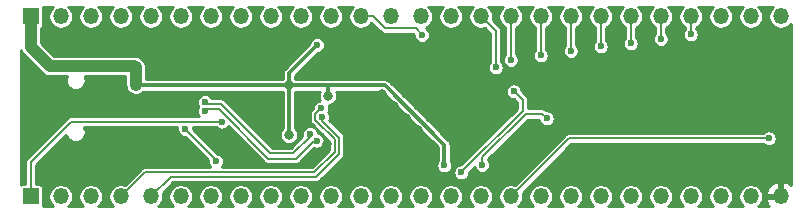
<source format=gbr>
%TF.GenerationSoftware,KiCad,Pcbnew,(5.1.10-1-10_14)*%
%TF.CreationDate,2021-09-16T13:02:04+08:00*%
%TF.ProjectId,AT90USB1287-Board,41543930-5553-4423-9132-38372d426f61,rev?*%
%TF.SameCoordinates,Original*%
%TF.FileFunction,Copper,L2,Bot*%
%TF.FilePolarity,Positive*%
%FSLAX46Y46*%
G04 Gerber Fmt 4.6, Leading zero omitted, Abs format (unit mm)*
G04 Created by KiCad (PCBNEW (5.1.10-1-10_14)) date 2021-09-16 13:02:04*
%MOMM*%
%LPD*%
G01*
G04 APERTURE LIST*
%TA.AperFunction,ComponentPad*%
%ADD10O,1.350000X1.350000*%
%TD*%
%TA.AperFunction,ComponentPad*%
%ADD11R,1.350000X1.350000*%
%TD*%
%TA.AperFunction,ViaPad*%
%ADD12C,0.800000*%
%TD*%
%TA.AperFunction,ViaPad*%
%ADD13C,0.600000*%
%TD*%
%TA.AperFunction,Conductor*%
%ADD14C,0.200000*%
%TD*%
%TA.AperFunction,Conductor*%
%ADD15C,0.300000*%
%TD*%
%TA.AperFunction,Conductor*%
%ADD16C,1.000000*%
%TD*%
%TA.AperFunction,Conductor*%
%ADD17C,0.254000*%
%TD*%
%TA.AperFunction,Conductor*%
%ADD18C,0.100000*%
%TD*%
G04 APERTURE END LIST*
D10*
%TO.P,J3,26*%
%TO.N,/PE0*%
X171704000Y-64516000D03*
%TO.P,J3,25*%
%TO.N,/PE1*%
X169164000Y-64516000D03*
%TO.P,J3,24*%
%TO.N,/PE2*%
X166624000Y-64516000D03*
%TO.P,J3,23*%
%TO.N,/PC7*%
X164084000Y-64516000D03*
%TO.P,J3,22*%
%TO.N,/PC6*%
X161544000Y-64516000D03*
%TO.P,J3,21*%
%TO.N,/PC5*%
X159004000Y-64516000D03*
%TO.P,J3,20*%
%TO.N,/PC4*%
X156464000Y-64516000D03*
%TO.P,J3,19*%
%TO.N,/PC3*%
X153924000Y-64516000D03*
%TO.P,J3,18*%
%TO.N,/PC2*%
X151384000Y-64516000D03*
%TO.P,J3,17*%
%TO.N,/PC1*%
X148844000Y-64516000D03*
%TO.P,J3,16*%
%TO.N,/PC0*%
X146304000Y-64516000D03*
%TO.P,J3,15*%
%TO.N,/PA7*%
X143764000Y-64516000D03*
%TO.P,J3,14*%
%TO.N,/PA6*%
X141224000Y-64516000D03*
%TO.P,J3,13*%
%TO.N,/PA5*%
X138684000Y-64516000D03*
%TO.P,J3,12*%
%TO.N,/PA4*%
X136144000Y-64516000D03*
%TO.P,J3,11*%
%TO.N,/PA3*%
X133604000Y-64516000D03*
%TO.P,J3,10*%
%TO.N,/PA2*%
X131064000Y-64516000D03*
%TO.P,J3,9*%
%TO.N,/PA1*%
X128524000Y-64516000D03*
%TO.P,J3,8*%
%TO.N,/PA0*%
X125984000Y-64516000D03*
%TO.P,J3,7*%
%TO.N,/PF7*%
X123444000Y-64516000D03*
%TO.P,J3,6*%
%TO.N,/PF6*%
X120904000Y-64516000D03*
%TO.P,J3,5*%
%TO.N,/PF5*%
X118364000Y-64516000D03*
%TO.P,J3,4*%
%TO.N,/PF4*%
X115824000Y-64516000D03*
%TO.P,J3,3*%
%TO.N,/PF3*%
X113284000Y-64516000D03*
%TO.P,J3,2*%
%TO.N,/PF2*%
X110744000Y-64516000D03*
D11*
%TO.P,J3,1*%
%TO.N,+5V*%
X108204000Y-64516000D03*
%TD*%
D10*
%TO.P,J2,26*%
%TO.N,GND*%
X171704000Y-79756000D03*
%TO.P,J2,25*%
%TO.N,/PD7*%
X169164000Y-79756000D03*
%TO.P,J2,24*%
%TO.N,/PD6*%
X166624000Y-79756000D03*
%TO.P,J2,23*%
%TO.N,/PD5*%
X164084000Y-79756000D03*
%TO.P,J2,22*%
%TO.N,/PD4*%
X161544000Y-79756000D03*
%TO.P,J2,21*%
%TO.N,/PD3*%
X159004000Y-79756000D03*
%TO.P,J2,20*%
%TO.N,/PD2*%
X156464000Y-79756000D03*
%TO.P,J2,19*%
%TO.N,/PD1*%
X153924000Y-79756000D03*
%TO.P,J2,18*%
%TO.N,/PD0*%
X151384000Y-79756000D03*
%TO.P,J2,17*%
%TO.N,/RST*%
X148844000Y-79756000D03*
%TO.P,J2,16*%
%TO.N,/PE5*%
X146304000Y-79756000D03*
%TO.P,J2,15*%
%TO.N,/PE4*%
X143764000Y-79756000D03*
%TO.P,J2,14*%
%TO.N,/PB7*%
X141224000Y-79756000D03*
%TO.P,J2,13*%
%TO.N,/PB6*%
X138684000Y-79756000D03*
%TO.P,J2,12*%
%TO.N,/PB5*%
X136144000Y-79756000D03*
%TO.P,J2,11*%
%TO.N,/PB4*%
X133604000Y-79756000D03*
%TO.P,J2,10*%
%TO.N,/PB3*%
X131064000Y-79756000D03*
%TO.P,J2,9*%
%TO.N,/PB2*%
X128524000Y-79756000D03*
%TO.P,J2,8*%
%TO.N,/PB1*%
X125984000Y-79756000D03*
%TO.P,J2,7*%
%TO.N,/PB0*%
X123444000Y-79756000D03*
%TO.P,J2,6*%
%TO.N,/PE3*%
X120904000Y-79756000D03*
%TO.P,J2,5*%
%TO.N,/PE7*%
X118364000Y-79756000D03*
%TO.P,J2,4*%
%TO.N,/PE6*%
X115824000Y-79756000D03*
%TO.P,J2,3*%
%TO.N,/PF0*%
X113284000Y-79756000D03*
%TO.P,J2,2*%
%TO.N,/PF1*%
X110744000Y-79756000D03*
D11*
%TO.P,J2,1*%
%TO.N,/AREF*%
X108204000Y-79756000D03*
%TD*%
D12*
%TO.N,GND*%
X117094000Y-75692000D03*
X118110000Y-75692000D03*
X117094000Y-76708000D03*
X118110000Y-76708000D03*
X169672000Y-76962000D03*
X170688000Y-77978000D03*
X170688000Y-76962000D03*
X171704000Y-77978000D03*
X171704000Y-76962000D03*
X169672000Y-77978000D03*
X109855000Y-77089000D03*
X115189000Y-76962000D03*
X114046000Y-76962000D03*
X115189000Y-67310000D03*
X114046000Y-67310000D03*
X109855000Y-67183000D03*
X139954000Y-74168000D03*
X138938000Y-74168000D03*
X137922000Y-74168000D03*
X137922000Y-73152000D03*
X137922000Y-72136000D03*
X137922000Y-71120000D03*
X138938000Y-70104000D03*
X139954000Y-70104000D03*
X141986000Y-70104000D03*
X141986000Y-71120000D03*
X141986000Y-72136000D03*
X141986000Y-73152000D03*
X140970000Y-74168000D03*
X140970000Y-70104000D03*
X140970000Y-71120000D03*
X140970000Y-72136000D03*
X138938000Y-72136000D03*
X138938000Y-73152000D03*
X139954000Y-71120000D03*
X139954000Y-73152000D03*
D13*
%TO.N,/PE6*%
X132791200Y-72288400D03*
D12*
%TO.N,GND*%
X121920000Y-76073000D03*
X152908000Y-70866000D03*
X129032000Y-71374000D03*
X122428000Y-69342000D03*
X121666000Y-69342000D03*
X120904000Y-69342000D03*
X108712000Y-72136000D03*
X108712000Y-73152000D03*
X108712000Y-71120000D03*
X109728000Y-73152000D03*
X109728000Y-72136000D03*
X109728000Y-71120000D03*
X110744000Y-73152000D03*
X110744000Y-72136000D03*
X110744000Y-71120000D03*
X170180000Y-72898000D03*
X170180000Y-71628000D03*
X171196000Y-72898000D03*
X171196000Y-71628000D03*
X155448000Y-72390000D03*
X155448000Y-71374000D03*
X156464000Y-72390000D03*
X156464000Y-71374000D03*
X157480000Y-72390000D03*
X157480000Y-71374000D03*
X163576000Y-68072000D03*
X146558000Y-72136000D03*
X122682000Y-76835000D03*
X128016000Y-71374000D03*
X127000000Y-71374000D03*
X133253956Y-75344779D03*
X147574000Y-77216000D03*
X150114000Y-77216000D03*
X152654000Y-77216000D03*
X155194000Y-77216000D03*
X157734000Y-77216000D03*
X160274000Y-77216000D03*
X162814000Y-77216000D03*
X165354000Y-77216000D03*
X166878000Y-68072000D03*
X119126000Y-66548000D03*
X126619000Y-75946000D03*
X125349000Y-75946000D03*
X128016000Y-73660000D03*
X129032000Y-73660000D03*
X112014000Y-71755000D03*
X112014000Y-72644000D03*
X125984000Y-71374000D03*
X124968000Y-71374000D03*
X131445000Y-73025000D03*
X148082000Y-73152000D03*
X171704000Y-66421000D03*
X171704000Y-67437000D03*
X170688000Y-67437000D03*
X162560000Y-68072000D03*
X161544000Y-68072000D03*
D13*
%TO.N,Net-(C1-Pad1)*%
X151892000Y-73152000D03*
X146423084Y-77081084D03*
%TO.N,Net-(C2-Pad1)*%
X149098000Y-70866000D03*
X144655558Y-77721442D03*
%TO.N,/AREF*%
X124361995Y-73417021D03*
D12*
%TO.N,+5V*%
X117094000Y-70281800D03*
X117094000Y-69557900D03*
X117094000Y-68834000D03*
X130048000Y-74549000D03*
X130048000Y-70358006D03*
X133350000Y-71247000D03*
D13*
X143215265Y-77129769D03*
X132461000Y-66928992D03*
%TO.N,/RST*%
X170687862Y-74836000D03*
%TO.N,/PE7*%
X132858610Y-73042484D03*
%TO.N,/PE3*%
X123879051Y-76780949D03*
X121285000Y-74041000D03*
%TO.N,/PC7*%
X164084000Y-66040000D03*
%TO.N,/PC6*%
X161544000Y-66421000D03*
%TO.N,/PC5*%
X159003996Y-66801964D03*
%TO.N,/PC4*%
X156463996Y-67056000D03*
%TO.N,/PC3*%
X153923999Y-67437000D03*
%TO.N,/PC2*%
X151384000Y-67818000D03*
%TO.N,/PC1*%
X148844000Y-68199000D03*
%TO.N,/PC0*%
X147574006Y-68834000D03*
%TO.N,/PA4*%
X141341079Y-66082010D03*
%TO.N,/DO+*%
X122936000Y-72517000D03*
X132398043Y-75019768D03*
%TO.N,/DO-*%
X122936000Y-71755000D03*
X131838866Y-74447632D03*
%TD*%
D14*
%TO.N,Net-(C1-Pad1)*%
X146423084Y-76448904D02*
X146423084Y-77081084D01*
X150100988Y-72771000D02*
X146423084Y-76448904D01*
X151511000Y-72771000D02*
X150100988Y-72771000D01*
X151892000Y-73152000D02*
X151511000Y-72771000D01*
%TO.N,Net-(C2-Pad1)*%
X149860000Y-72517000D02*
X144655558Y-77721442D01*
X149860000Y-71628000D02*
X149860000Y-72517000D01*
X149098000Y-70866000D02*
X149860000Y-71628000D01*
%TO.N,/AREF*%
X111647379Y-73417021D02*
X124361995Y-73417021D01*
X108204000Y-76860400D02*
X111647379Y-73417021D01*
X108204000Y-79756000D02*
X108204000Y-76860400D01*
D15*
%TO.N,+5V*%
X130047994Y-70358000D02*
X130048000Y-70358006D01*
X117170200Y-70358000D02*
X130047994Y-70358000D01*
X117094000Y-70281800D02*
X117170200Y-70358000D01*
X130048000Y-74549000D02*
X130048000Y-70358006D01*
X133350000Y-71247000D02*
X133350000Y-71221612D01*
X130048006Y-70358012D02*
X130048000Y-70358006D01*
X132486400Y-70358012D02*
X130048006Y-70358012D01*
X133350000Y-70358024D02*
X133350012Y-70358012D01*
X133350000Y-71247000D02*
X133350000Y-70358024D01*
X133350012Y-70358012D02*
X132486400Y-70358012D01*
D16*
X117094000Y-68834000D02*
X117094000Y-70281800D01*
X108204000Y-67086002D02*
X108204000Y-64516000D01*
X109824998Y-68707000D02*
X108204000Y-67086002D01*
X116967000Y-68707000D02*
X109824998Y-68707000D01*
X117094000Y-68834000D02*
X116967000Y-68707000D01*
D15*
X143215265Y-75377263D02*
X143215265Y-77129769D01*
X133350012Y-70358012D02*
X138196014Y-70358012D01*
X138196014Y-70358012D02*
X143215265Y-75377263D01*
X130048000Y-70358006D02*
X130048000Y-69341992D01*
X130048000Y-69341992D02*
X132461000Y-66928992D01*
D14*
%TO.N,/RST*%
X148844000Y-79756000D02*
X153764000Y-74836000D01*
X153764000Y-74836000D02*
X170687862Y-74836000D01*
%TO.N,/PE7*%
X134284211Y-76129389D02*
X134284211Y-74772011D01*
X132339591Y-78074009D02*
X134284211Y-76129389D01*
X120045990Y-78074010D02*
X132339591Y-78074009D01*
X132858610Y-73346410D02*
X132858610Y-73042484D01*
X134284211Y-74772011D02*
X132858610Y-73346410D01*
X118364000Y-79756000D02*
X120045990Y-78074010D01*
%TO.N,/PE6*%
X133934200Y-74916990D02*
X132308600Y-73291390D01*
X115824000Y-79756000D02*
X117856001Y-77723999D01*
X132308600Y-73291390D02*
X132308600Y-72771000D01*
X133934200Y-75984410D02*
X133934200Y-74916990D01*
X132308600Y-72771000D02*
X132791200Y-72288400D01*
X117856001Y-77723999D02*
X132194611Y-77723999D01*
X132194611Y-77723999D02*
X133934200Y-75984410D01*
%TO.N,/PE3*%
X123879051Y-76635051D02*
X121285000Y-74041000D01*
X123879051Y-76780949D02*
X123879051Y-76635051D01*
%TO.N,/PC7*%
X164084000Y-64516000D02*
X164084000Y-66040000D01*
%TO.N,/PC6*%
X161544000Y-64516000D02*
X161544000Y-66421000D01*
%TO.N,/PC5*%
X159004000Y-64516000D02*
X159004000Y-66801960D01*
X159004000Y-66801960D02*
X159003996Y-66801964D01*
%TO.N,/PC4*%
X156464000Y-67055996D02*
X156463996Y-67056000D01*
X156464000Y-64516000D02*
X156464000Y-67055996D01*
%TO.N,/PC3*%
X153923999Y-67012736D02*
X153923999Y-67437000D01*
X153924000Y-64516000D02*
X153923999Y-67012736D01*
%TO.N,/PC2*%
X151384000Y-64516000D02*
X151384000Y-67818000D01*
%TO.N,/PC1*%
X148844000Y-64516000D02*
X148844000Y-68363762D01*
%TO.N,/PC0*%
X147574006Y-65786006D02*
X147574006Y-68834000D01*
X146304000Y-64516000D02*
X147574006Y-65786006D01*
%TO.N,/PA4*%
X140791069Y-65532000D02*
X141341079Y-66082010D01*
X137160000Y-64516000D02*
X138176000Y-65532000D01*
X138176000Y-65532000D02*
X140791069Y-65532000D01*
X136144000Y-64516000D02*
X137160000Y-64516000D01*
%TO.N,/DO+*%
X132157065Y-75019768D02*
X132398043Y-75019768D01*
X130624833Y-76552000D02*
X132157065Y-75019768D01*
X128303800Y-76552000D02*
X130624833Y-76552000D01*
X123092000Y-72361000D02*
X124112800Y-72361000D01*
X124112800Y-72361000D02*
X128303800Y-76552000D01*
X122936000Y-72517000D02*
X123092000Y-72361000D01*
%TO.N,/DO-*%
X131838866Y-74701569D02*
X131838866Y-74447632D01*
X123092000Y-71911000D02*
X124299200Y-71911000D01*
X130438435Y-76102000D02*
X131838866Y-74701569D01*
X128490200Y-76102000D02*
X130438435Y-76102000D01*
X124299200Y-71911000D02*
X128490200Y-76102000D01*
X122936000Y-71755000D02*
X123092000Y-71911000D01*
%TD*%
D17*
%TO.N,GND*%
X110073389Y-63698858D02*
X109926858Y-63845389D01*
X109811730Y-64017691D01*
X109732428Y-64209143D01*
X109692000Y-64412387D01*
X109692000Y-64619613D01*
X109732428Y-64822857D01*
X109811730Y-65014309D01*
X109926858Y-65186611D01*
X110073389Y-65333142D01*
X110245691Y-65448270D01*
X110437143Y-65527572D01*
X110640387Y-65568000D01*
X110847613Y-65568000D01*
X111050857Y-65527572D01*
X111242309Y-65448270D01*
X111414611Y-65333142D01*
X111561142Y-65186611D01*
X111676270Y-65014309D01*
X111755572Y-64822857D01*
X111796000Y-64619613D01*
X111796000Y-64412387D01*
X111755572Y-64209143D01*
X111676270Y-64017691D01*
X111561142Y-63845389D01*
X111414611Y-63698858D01*
X111375912Y-63673000D01*
X112652088Y-63673000D01*
X112613389Y-63698858D01*
X112466858Y-63845389D01*
X112351730Y-64017691D01*
X112272428Y-64209143D01*
X112232000Y-64412387D01*
X112232000Y-64619613D01*
X112272428Y-64822857D01*
X112351730Y-65014309D01*
X112466858Y-65186611D01*
X112613389Y-65333142D01*
X112785691Y-65448270D01*
X112977143Y-65527572D01*
X113180387Y-65568000D01*
X113387613Y-65568000D01*
X113590857Y-65527572D01*
X113782309Y-65448270D01*
X113954611Y-65333142D01*
X114101142Y-65186611D01*
X114216270Y-65014309D01*
X114295572Y-64822857D01*
X114336000Y-64619613D01*
X114336000Y-64412387D01*
X114295572Y-64209143D01*
X114216270Y-64017691D01*
X114101142Y-63845389D01*
X113954611Y-63698858D01*
X113915912Y-63673000D01*
X115192088Y-63673000D01*
X115153389Y-63698858D01*
X115006858Y-63845389D01*
X114891730Y-64017691D01*
X114812428Y-64209143D01*
X114772000Y-64412387D01*
X114772000Y-64619613D01*
X114812428Y-64822857D01*
X114891730Y-65014309D01*
X115006858Y-65186611D01*
X115153389Y-65333142D01*
X115325691Y-65448270D01*
X115517143Y-65527572D01*
X115720387Y-65568000D01*
X115927613Y-65568000D01*
X116130857Y-65527572D01*
X116322309Y-65448270D01*
X116494611Y-65333142D01*
X116641142Y-65186611D01*
X116756270Y-65014309D01*
X116835572Y-64822857D01*
X116876000Y-64619613D01*
X116876000Y-64412387D01*
X116835572Y-64209143D01*
X116756270Y-64017691D01*
X116641142Y-63845389D01*
X116494611Y-63698858D01*
X116455912Y-63673000D01*
X117732088Y-63673000D01*
X117693389Y-63698858D01*
X117546858Y-63845389D01*
X117431730Y-64017691D01*
X117352428Y-64209143D01*
X117312000Y-64412387D01*
X117312000Y-64619613D01*
X117352428Y-64822857D01*
X117431730Y-65014309D01*
X117546858Y-65186611D01*
X117693389Y-65333142D01*
X117865691Y-65448270D01*
X118057143Y-65527572D01*
X118260387Y-65568000D01*
X118467613Y-65568000D01*
X118670857Y-65527572D01*
X118862309Y-65448270D01*
X119034611Y-65333142D01*
X119181142Y-65186611D01*
X119296270Y-65014309D01*
X119375572Y-64822857D01*
X119416000Y-64619613D01*
X119416000Y-64412387D01*
X119375572Y-64209143D01*
X119296270Y-64017691D01*
X119181142Y-63845389D01*
X119034611Y-63698858D01*
X118995912Y-63673000D01*
X120272088Y-63673000D01*
X120233389Y-63698858D01*
X120086858Y-63845389D01*
X119971730Y-64017691D01*
X119892428Y-64209143D01*
X119852000Y-64412387D01*
X119852000Y-64619613D01*
X119892428Y-64822857D01*
X119971730Y-65014309D01*
X120086858Y-65186611D01*
X120233389Y-65333142D01*
X120405691Y-65448270D01*
X120597143Y-65527572D01*
X120800387Y-65568000D01*
X121007613Y-65568000D01*
X121210857Y-65527572D01*
X121402309Y-65448270D01*
X121574611Y-65333142D01*
X121721142Y-65186611D01*
X121836270Y-65014309D01*
X121915572Y-64822857D01*
X121956000Y-64619613D01*
X121956000Y-64412387D01*
X121915572Y-64209143D01*
X121836270Y-64017691D01*
X121721142Y-63845389D01*
X121574611Y-63698858D01*
X121535912Y-63673000D01*
X122812088Y-63673000D01*
X122773389Y-63698858D01*
X122626858Y-63845389D01*
X122511730Y-64017691D01*
X122432428Y-64209143D01*
X122392000Y-64412387D01*
X122392000Y-64619613D01*
X122432428Y-64822857D01*
X122511730Y-65014309D01*
X122626858Y-65186611D01*
X122773389Y-65333142D01*
X122945691Y-65448270D01*
X123137143Y-65527572D01*
X123340387Y-65568000D01*
X123547613Y-65568000D01*
X123750857Y-65527572D01*
X123942309Y-65448270D01*
X124114611Y-65333142D01*
X124261142Y-65186611D01*
X124376270Y-65014309D01*
X124455572Y-64822857D01*
X124496000Y-64619613D01*
X124496000Y-64412387D01*
X124455572Y-64209143D01*
X124376270Y-64017691D01*
X124261142Y-63845389D01*
X124114611Y-63698858D01*
X124075912Y-63673000D01*
X125352088Y-63673000D01*
X125313389Y-63698858D01*
X125166858Y-63845389D01*
X125051730Y-64017691D01*
X124972428Y-64209143D01*
X124932000Y-64412387D01*
X124932000Y-64619613D01*
X124972428Y-64822857D01*
X125051730Y-65014309D01*
X125166858Y-65186611D01*
X125313389Y-65333142D01*
X125485691Y-65448270D01*
X125677143Y-65527572D01*
X125880387Y-65568000D01*
X126087613Y-65568000D01*
X126290857Y-65527572D01*
X126482309Y-65448270D01*
X126654611Y-65333142D01*
X126801142Y-65186611D01*
X126916270Y-65014309D01*
X126995572Y-64822857D01*
X127036000Y-64619613D01*
X127036000Y-64412387D01*
X126995572Y-64209143D01*
X126916270Y-64017691D01*
X126801142Y-63845389D01*
X126654611Y-63698858D01*
X126615912Y-63673000D01*
X127892088Y-63673000D01*
X127853389Y-63698858D01*
X127706858Y-63845389D01*
X127591730Y-64017691D01*
X127512428Y-64209143D01*
X127472000Y-64412387D01*
X127472000Y-64619613D01*
X127512428Y-64822857D01*
X127591730Y-65014309D01*
X127706858Y-65186611D01*
X127853389Y-65333142D01*
X128025691Y-65448270D01*
X128217143Y-65527572D01*
X128420387Y-65568000D01*
X128627613Y-65568000D01*
X128830857Y-65527572D01*
X129022309Y-65448270D01*
X129194611Y-65333142D01*
X129341142Y-65186611D01*
X129456270Y-65014309D01*
X129535572Y-64822857D01*
X129576000Y-64619613D01*
X129576000Y-64412387D01*
X129535572Y-64209143D01*
X129456270Y-64017691D01*
X129341142Y-63845389D01*
X129194611Y-63698858D01*
X129155912Y-63673000D01*
X130432088Y-63673000D01*
X130393389Y-63698858D01*
X130246858Y-63845389D01*
X130131730Y-64017691D01*
X130052428Y-64209143D01*
X130012000Y-64412387D01*
X130012000Y-64619613D01*
X130052428Y-64822857D01*
X130131730Y-65014309D01*
X130246858Y-65186611D01*
X130393389Y-65333142D01*
X130565691Y-65448270D01*
X130757143Y-65527572D01*
X130960387Y-65568000D01*
X131167613Y-65568000D01*
X131370857Y-65527572D01*
X131562309Y-65448270D01*
X131734611Y-65333142D01*
X131881142Y-65186611D01*
X131996270Y-65014309D01*
X132075572Y-64822857D01*
X132116000Y-64619613D01*
X132116000Y-64412387D01*
X132075572Y-64209143D01*
X131996270Y-64017691D01*
X131881142Y-63845389D01*
X131734611Y-63698858D01*
X131695912Y-63673000D01*
X132972088Y-63673000D01*
X132933389Y-63698858D01*
X132786858Y-63845389D01*
X132671730Y-64017691D01*
X132592428Y-64209143D01*
X132552000Y-64412387D01*
X132552000Y-64619613D01*
X132592428Y-64822857D01*
X132671730Y-65014309D01*
X132786858Y-65186611D01*
X132933389Y-65333142D01*
X133105691Y-65448270D01*
X133297143Y-65527572D01*
X133500387Y-65568000D01*
X133707613Y-65568000D01*
X133910857Y-65527572D01*
X134102309Y-65448270D01*
X134274611Y-65333142D01*
X134421142Y-65186611D01*
X134536270Y-65014309D01*
X134615572Y-64822857D01*
X134656000Y-64619613D01*
X134656000Y-64412387D01*
X134615572Y-64209143D01*
X134536270Y-64017691D01*
X134421142Y-63845389D01*
X134274611Y-63698858D01*
X134235912Y-63673000D01*
X135512088Y-63673000D01*
X135473389Y-63698858D01*
X135326858Y-63845389D01*
X135211730Y-64017691D01*
X135132428Y-64209143D01*
X135092000Y-64412387D01*
X135092000Y-64619613D01*
X135132428Y-64822857D01*
X135211730Y-65014309D01*
X135326858Y-65186611D01*
X135473389Y-65333142D01*
X135645691Y-65448270D01*
X135837143Y-65527572D01*
X136040387Y-65568000D01*
X136247613Y-65568000D01*
X136450857Y-65527572D01*
X136642309Y-65448270D01*
X136814611Y-65333142D01*
X136961142Y-65186611D01*
X137039204Y-65069783D01*
X137822147Y-65852727D01*
X137837079Y-65870921D01*
X137909711Y-65930529D01*
X137992577Y-65974822D01*
X138082492Y-66002097D01*
X138152577Y-66009000D01*
X138152585Y-66009000D01*
X138176000Y-66011306D01*
X138199415Y-66009000D01*
X140593490Y-66009000D01*
X140664079Y-66079589D01*
X140664079Y-66148689D01*
X140690095Y-66279484D01*
X140741129Y-66402690D01*
X140815219Y-66513573D01*
X140909516Y-66607870D01*
X141020399Y-66681960D01*
X141143605Y-66732994D01*
X141274400Y-66759010D01*
X141407758Y-66759010D01*
X141538553Y-66732994D01*
X141661759Y-66681960D01*
X141772642Y-66607870D01*
X141866939Y-66513573D01*
X141941029Y-66402690D01*
X141992063Y-66279484D01*
X142018079Y-66148689D01*
X142018079Y-66015331D01*
X141992063Y-65884536D01*
X141941029Y-65761330D01*
X141866939Y-65650447D01*
X141772642Y-65556150D01*
X141661759Y-65482060D01*
X141651246Y-65477705D01*
X141722309Y-65448270D01*
X141894611Y-65333142D01*
X142041142Y-65186611D01*
X142156270Y-65014309D01*
X142235572Y-64822857D01*
X142276000Y-64619613D01*
X142276000Y-64412387D01*
X142235572Y-64209143D01*
X142156270Y-64017691D01*
X142041142Y-63845389D01*
X141894611Y-63698858D01*
X141855912Y-63673000D01*
X143132088Y-63673000D01*
X143093389Y-63698858D01*
X142946858Y-63845389D01*
X142831730Y-64017691D01*
X142752428Y-64209143D01*
X142712000Y-64412387D01*
X142712000Y-64619613D01*
X142752428Y-64822857D01*
X142831730Y-65014309D01*
X142946858Y-65186611D01*
X143093389Y-65333142D01*
X143265691Y-65448270D01*
X143457143Y-65527572D01*
X143660387Y-65568000D01*
X143867613Y-65568000D01*
X144070857Y-65527572D01*
X144262309Y-65448270D01*
X144434611Y-65333142D01*
X144581142Y-65186611D01*
X144696270Y-65014309D01*
X144775572Y-64822857D01*
X144816000Y-64619613D01*
X144816000Y-64412387D01*
X144775572Y-64209143D01*
X144696270Y-64017691D01*
X144581142Y-63845389D01*
X144434611Y-63698858D01*
X144395912Y-63673000D01*
X145672088Y-63673000D01*
X145633389Y-63698858D01*
X145486858Y-63845389D01*
X145371730Y-64017691D01*
X145292428Y-64209143D01*
X145252000Y-64412387D01*
X145252000Y-64619613D01*
X145292428Y-64822857D01*
X145371730Y-65014309D01*
X145486858Y-65186611D01*
X145633389Y-65333142D01*
X145805691Y-65448270D01*
X145997143Y-65527572D01*
X146200387Y-65568000D01*
X146407613Y-65568000D01*
X146610857Y-65527572D01*
X146632166Y-65518746D01*
X147097006Y-65983586D01*
X147097007Y-68353576D01*
X147048146Y-68402437D01*
X146974056Y-68513320D01*
X146923022Y-68636526D01*
X146897006Y-68767321D01*
X146897006Y-68900679D01*
X146923022Y-69031474D01*
X146974056Y-69154680D01*
X147048146Y-69265563D01*
X147142443Y-69359860D01*
X147253326Y-69433950D01*
X147376532Y-69484984D01*
X147507327Y-69511000D01*
X147640685Y-69511000D01*
X147771480Y-69484984D01*
X147894686Y-69433950D01*
X148005569Y-69359860D01*
X148099866Y-69265563D01*
X148173956Y-69154680D01*
X148224990Y-69031474D01*
X148251006Y-68900679D01*
X148251006Y-68767321D01*
X148224990Y-68636526D01*
X148173956Y-68513320D01*
X148099866Y-68402437D01*
X148051006Y-68353577D01*
X148051006Y-65809421D01*
X148053312Y-65786006D01*
X148051006Y-65762591D01*
X148051006Y-65762583D01*
X148044103Y-65692498D01*
X148016828Y-65602583D01*
X147972535Y-65519717D01*
X147961262Y-65505981D01*
X147927858Y-65465278D01*
X147927856Y-65465276D01*
X147912927Y-65447085D01*
X147894735Y-65432155D01*
X147306746Y-64844166D01*
X147315572Y-64822857D01*
X147356000Y-64619613D01*
X147356000Y-64412387D01*
X147315572Y-64209143D01*
X147236270Y-64017691D01*
X147121142Y-63845389D01*
X146974611Y-63698858D01*
X146935912Y-63673000D01*
X148212088Y-63673000D01*
X148173389Y-63698858D01*
X148026858Y-63845389D01*
X147911730Y-64017691D01*
X147832428Y-64209143D01*
X147792000Y-64412387D01*
X147792000Y-64619613D01*
X147832428Y-64822857D01*
X147911730Y-65014309D01*
X148026858Y-65186611D01*
X148173389Y-65333142D01*
X148345691Y-65448270D01*
X148367000Y-65457097D01*
X148367001Y-67718576D01*
X148318140Y-67767437D01*
X148244050Y-67878320D01*
X148193016Y-68001526D01*
X148167000Y-68132321D01*
X148167000Y-68265679D01*
X148193016Y-68396474D01*
X148244050Y-68519680D01*
X148318140Y-68630563D01*
X148412437Y-68724860D01*
X148523320Y-68798950D01*
X148646526Y-68849984D01*
X148777321Y-68876000D01*
X148910679Y-68876000D01*
X149041474Y-68849984D01*
X149164680Y-68798950D01*
X149275563Y-68724860D01*
X149369860Y-68630563D01*
X149443950Y-68519680D01*
X149494984Y-68396474D01*
X149521000Y-68265679D01*
X149521000Y-68132321D01*
X149494984Y-68001526D01*
X149443950Y-67878320D01*
X149369860Y-67767437D01*
X149321000Y-67718577D01*
X149321000Y-65457096D01*
X149342309Y-65448270D01*
X149514611Y-65333142D01*
X149661142Y-65186611D01*
X149776270Y-65014309D01*
X149855572Y-64822857D01*
X149896000Y-64619613D01*
X149896000Y-64412387D01*
X149855572Y-64209143D01*
X149776270Y-64017691D01*
X149661142Y-63845389D01*
X149514611Y-63698858D01*
X149475912Y-63673000D01*
X150752088Y-63673000D01*
X150713389Y-63698858D01*
X150566858Y-63845389D01*
X150451730Y-64017691D01*
X150372428Y-64209143D01*
X150332000Y-64412387D01*
X150332000Y-64619613D01*
X150372428Y-64822857D01*
X150451730Y-65014309D01*
X150566858Y-65186611D01*
X150713389Y-65333142D01*
X150885691Y-65448270D01*
X150907000Y-65457097D01*
X150907001Y-67337576D01*
X150858140Y-67386437D01*
X150784050Y-67497320D01*
X150733016Y-67620526D01*
X150707000Y-67751321D01*
X150707000Y-67884679D01*
X150733016Y-68015474D01*
X150784050Y-68138680D01*
X150858140Y-68249563D01*
X150952437Y-68343860D01*
X151063320Y-68417950D01*
X151186526Y-68468984D01*
X151317321Y-68495000D01*
X151450679Y-68495000D01*
X151581474Y-68468984D01*
X151704680Y-68417950D01*
X151815563Y-68343860D01*
X151909860Y-68249563D01*
X151983950Y-68138680D01*
X152034984Y-68015474D01*
X152061000Y-67884679D01*
X152061000Y-67751321D01*
X152034984Y-67620526D01*
X151983950Y-67497320D01*
X151909860Y-67386437D01*
X151861000Y-67337577D01*
X151861000Y-65457096D01*
X151882309Y-65448270D01*
X152054611Y-65333142D01*
X152201142Y-65186611D01*
X152316270Y-65014309D01*
X152395572Y-64822857D01*
X152436000Y-64619613D01*
X152436000Y-64412387D01*
X152395572Y-64209143D01*
X152316270Y-64017691D01*
X152201142Y-63845389D01*
X152054611Y-63698858D01*
X152015912Y-63673000D01*
X153292088Y-63673000D01*
X153253389Y-63698858D01*
X153106858Y-63845389D01*
X152991730Y-64017691D01*
X152912428Y-64209143D01*
X152872000Y-64412387D01*
X152872000Y-64619613D01*
X152912428Y-64822857D01*
X152991730Y-65014309D01*
X153106858Y-65186611D01*
X153253389Y-65333142D01*
X153425691Y-65448270D01*
X153447000Y-65457097D01*
X153446999Y-66956577D01*
X153398139Y-67005437D01*
X153324049Y-67116320D01*
X153273015Y-67239526D01*
X153246999Y-67370321D01*
X153246999Y-67503679D01*
X153273015Y-67634474D01*
X153324049Y-67757680D01*
X153398139Y-67868563D01*
X153492436Y-67962860D01*
X153603319Y-68036950D01*
X153726525Y-68087984D01*
X153857320Y-68114000D01*
X153990678Y-68114000D01*
X154121473Y-68087984D01*
X154244679Y-68036950D01*
X154355562Y-67962860D01*
X154449859Y-67868563D01*
X154523949Y-67757680D01*
X154574983Y-67634474D01*
X154600999Y-67503679D01*
X154600999Y-67370321D01*
X154574983Y-67239526D01*
X154523949Y-67116320D01*
X154449859Y-67005437D01*
X154400998Y-66956576D01*
X154400999Y-65457097D01*
X154422309Y-65448270D01*
X154594611Y-65333142D01*
X154741142Y-65186611D01*
X154856270Y-65014309D01*
X154935572Y-64822857D01*
X154976000Y-64619613D01*
X154976000Y-64412387D01*
X154935572Y-64209143D01*
X154856270Y-64017691D01*
X154741142Y-63845389D01*
X154594611Y-63698858D01*
X154555912Y-63673000D01*
X155832088Y-63673000D01*
X155793389Y-63698858D01*
X155646858Y-63845389D01*
X155531730Y-64017691D01*
X155452428Y-64209143D01*
X155412000Y-64412387D01*
X155412000Y-64619613D01*
X155452428Y-64822857D01*
X155531730Y-65014309D01*
X155646858Y-65186611D01*
X155793389Y-65333142D01*
X155965691Y-65448270D01*
X155987000Y-65457097D01*
X155987001Y-66575572D01*
X155938136Y-66624437D01*
X155864046Y-66735320D01*
X155813012Y-66858526D01*
X155786996Y-66989321D01*
X155786996Y-67122679D01*
X155813012Y-67253474D01*
X155864046Y-67376680D01*
X155938136Y-67487563D01*
X156032433Y-67581860D01*
X156143316Y-67655950D01*
X156266522Y-67706984D01*
X156397317Y-67733000D01*
X156530675Y-67733000D01*
X156661470Y-67706984D01*
X156784676Y-67655950D01*
X156895559Y-67581860D01*
X156989856Y-67487563D01*
X157063946Y-67376680D01*
X157114980Y-67253474D01*
X157140996Y-67122679D01*
X157140996Y-66989321D01*
X157114980Y-66858526D01*
X157063946Y-66735320D01*
X156989856Y-66624437D01*
X156941000Y-66575581D01*
X156941000Y-65457096D01*
X156962309Y-65448270D01*
X157134611Y-65333142D01*
X157281142Y-65186611D01*
X157396270Y-65014309D01*
X157475572Y-64822857D01*
X157516000Y-64619613D01*
X157516000Y-64412387D01*
X157475572Y-64209143D01*
X157396270Y-64017691D01*
X157281142Y-63845389D01*
X157134611Y-63698858D01*
X157095912Y-63673000D01*
X158372088Y-63673000D01*
X158333389Y-63698858D01*
X158186858Y-63845389D01*
X158071730Y-64017691D01*
X157992428Y-64209143D01*
X157952000Y-64412387D01*
X157952000Y-64619613D01*
X157992428Y-64822857D01*
X158071730Y-65014309D01*
X158186858Y-65186611D01*
X158333389Y-65333142D01*
X158505691Y-65448270D01*
X158527000Y-65457097D01*
X158527001Y-66321536D01*
X158478136Y-66370401D01*
X158404046Y-66481284D01*
X158353012Y-66604490D01*
X158326996Y-66735285D01*
X158326996Y-66868643D01*
X158353012Y-66999438D01*
X158404046Y-67122644D01*
X158478136Y-67233527D01*
X158572433Y-67327824D01*
X158683316Y-67401914D01*
X158806522Y-67452948D01*
X158937317Y-67478964D01*
X159070675Y-67478964D01*
X159201470Y-67452948D01*
X159324676Y-67401914D01*
X159435559Y-67327824D01*
X159529856Y-67233527D01*
X159603946Y-67122644D01*
X159654980Y-66999438D01*
X159680996Y-66868643D01*
X159680996Y-66735285D01*
X159654980Y-66604490D01*
X159603946Y-66481284D01*
X159529856Y-66370401D01*
X159481000Y-66321545D01*
X159481000Y-65457096D01*
X159502309Y-65448270D01*
X159674611Y-65333142D01*
X159821142Y-65186611D01*
X159936270Y-65014309D01*
X160015572Y-64822857D01*
X160056000Y-64619613D01*
X160056000Y-64412387D01*
X160015572Y-64209143D01*
X159936270Y-64017691D01*
X159821142Y-63845389D01*
X159674611Y-63698858D01*
X159635912Y-63673000D01*
X160912088Y-63673000D01*
X160873389Y-63698858D01*
X160726858Y-63845389D01*
X160611730Y-64017691D01*
X160532428Y-64209143D01*
X160492000Y-64412387D01*
X160492000Y-64619613D01*
X160532428Y-64822857D01*
X160611730Y-65014309D01*
X160726858Y-65186611D01*
X160873389Y-65333142D01*
X161045691Y-65448270D01*
X161067000Y-65457097D01*
X161067001Y-65940576D01*
X161018140Y-65989437D01*
X160944050Y-66100320D01*
X160893016Y-66223526D01*
X160867000Y-66354321D01*
X160867000Y-66487679D01*
X160893016Y-66618474D01*
X160944050Y-66741680D01*
X161018140Y-66852563D01*
X161112437Y-66946860D01*
X161223320Y-67020950D01*
X161346526Y-67071984D01*
X161477321Y-67098000D01*
X161610679Y-67098000D01*
X161741474Y-67071984D01*
X161864680Y-67020950D01*
X161975563Y-66946860D01*
X162069860Y-66852563D01*
X162143950Y-66741680D01*
X162194984Y-66618474D01*
X162221000Y-66487679D01*
X162221000Y-66354321D01*
X162194984Y-66223526D01*
X162143950Y-66100320D01*
X162069860Y-65989437D01*
X162021000Y-65940577D01*
X162021000Y-65457096D01*
X162042309Y-65448270D01*
X162214611Y-65333142D01*
X162361142Y-65186611D01*
X162476270Y-65014309D01*
X162555572Y-64822857D01*
X162596000Y-64619613D01*
X162596000Y-64412387D01*
X162555572Y-64209143D01*
X162476270Y-64017691D01*
X162361142Y-63845389D01*
X162214611Y-63698858D01*
X162175912Y-63673000D01*
X163452088Y-63673000D01*
X163413389Y-63698858D01*
X163266858Y-63845389D01*
X163151730Y-64017691D01*
X163072428Y-64209143D01*
X163032000Y-64412387D01*
X163032000Y-64619613D01*
X163072428Y-64822857D01*
X163151730Y-65014309D01*
X163266858Y-65186611D01*
X163413389Y-65333142D01*
X163585691Y-65448270D01*
X163607001Y-65457097D01*
X163607001Y-65559576D01*
X163558140Y-65608437D01*
X163484050Y-65719320D01*
X163433016Y-65842526D01*
X163407000Y-65973321D01*
X163407000Y-66106679D01*
X163433016Y-66237474D01*
X163484050Y-66360680D01*
X163558140Y-66471563D01*
X163652437Y-66565860D01*
X163763320Y-66639950D01*
X163886526Y-66690984D01*
X164017321Y-66717000D01*
X164150679Y-66717000D01*
X164281474Y-66690984D01*
X164404680Y-66639950D01*
X164515563Y-66565860D01*
X164609860Y-66471563D01*
X164683950Y-66360680D01*
X164734984Y-66237474D01*
X164761000Y-66106679D01*
X164761000Y-65973321D01*
X164734984Y-65842526D01*
X164683950Y-65719320D01*
X164609860Y-65608437D01*
X164561000Y-65559577D01*
X164561000Y-65457096D01*
X164582309Y-65448270D01*
X164754611Y-65333142D01*
X164901142Y-65186611D01*
X165016270Y-65014309D01*
X165095572Y-64822857D01*
X165136000Y-64619613D01*
X165136000Y-64412387D01*
X165095572Y-64209143D01*
X165016270Y-64017691D01*
X164901142Y-63845389D01*
X164754611Y-63698858D01*
X164715912Y-63673000D01*
X165992088Y-63673000D01*
X165953389Y-63698858D01*
X165806858Y-63845389D01*
X165691730Y-64017691D01*
X165612428Y-64209143D01*
X165572000Y-64412387D01*
X165572000Y-64619613D01*
X165612428Y-64822857D01*
X165691730Y-65014309D01*
X165806858Y-65186611D01*
X165953389Y-65333142D01*
X166125691Y-65448270D01*
X166317143Y-65527572D01*
X166520387Y-65568000D01*
X166727613Y-65568000D01*
X166930857Y-65527572D01*
X167122309Y-65448270D01*
X167294611Y-65333142D01*
X167441142Y-65186611D01*
X167556270Y-65014309D01*
X167635572Y-64822857D01*
X167676000Y-64619613D01*
X167676000Y-64412387D01*
X167635572Y-64209143D01*
X167556270Y-64017691D01*
X167441142Y-63845389D01*
X167294611Y-63698858D01*
X167255912Y-63673000D01*
X168532088Y-63673000D01*
X168493389Y-63698858D01*
X168346858Y-63845389D01*
X168231730Y-64017691D01*
X168152428Y-64209143D01*
X168112000Y-64412387D01*
X168112000Y-64619613D01*
X168152428Y-64822857D01*
X168231730Y-65014309D01*
X168346858Y-65186611D01*
X168493389Y-65333142D01*
X168665691Y-65448270D01*
X168857143Y-65527572D01*
X169060387Y-65568000D01*
X169267613Y-65568000D01*
X169470857Y-65527572D01*
X169662309Y-65448270D01*
X169834611Y-65333142D01*
X169981142Y-65186611D01*
X170096270Y-65014309D01*
X170175572Y-64822857D01*
X170216000Y-64619613D01*
X170216000Y-64412387D01*
X170175572Y-64209143D01*
X170096270Y-64017691D01*
X169981142Y-63845389D01*
X169834611Y-63698858D01*
X169795912Y-63673000D01*
X171072088Y-63673000D01*
X171033389Y-63698858D01*
X170886858Y-63845389D01*
X170771730Y-64017691D01*
X170692428Y-64209143D01*
X170652000Y-64412387D01*
X170652000Y-64619613D01*
X170692428Y-64822857D01*
X170771730Y-65014309D01*
X170886858Y-65186611D01*
X171033389Y-65333142D01*
X171205691Y-65448270D01*
X171397143Y-65527572D01*
X171600387Y-65568000D01*
X171807613Y-65568000D01*
X172010857Y-65527572D01*
X172202309Y-65448270D01*
X172374611Y-65333142D01*
X172521142Y-65186611D01*
X172547000Y-65147911D01*
X172547001Y-78757143D01*
X172367629Y-78626527D01*
X172134528Y-78518762D01*
X172033400Y-78488090D01*
X171831000Y-78611776D01*
X171831000Y-79629000D01*
X171851000Y-79629000D01*
X171851000Y-79883000D01*
X171831000Y-79883000D01*
X171831000Y-79903000D01*
X171577000Y-79903000D01*
X171577000Y-79883000D01*
X170558915Y-79883000D01*
X170436085Y-80085401D01*
X170524711Y-80326430D01*
X170658656Y-80545537D01*
X170707970Y-80599000D01*
X169795912Y-80599000D01*
X169834611Y-80573142D01*
X169981142Y-80426611D01*
X170096270Y-80254309D01*
X170175572Y-80062857D01*
X170216000Y-79859613D01*
X170216000Y-79652387D01*
X170175572Y-79449143D01*
X170166234Y-79426599D01*
X170436085Y-79426599D01*
X170558915Y-79629000D01*
X171577000Y-79629000D01*
X171577000Y-78611776D01*
X171374600Y-78488090D01*
X171273472Y-78518762D01*
X171040371Y-78626527D01*
X170832773Y-78777697D01*
X170658656Y-78966463D01*
X170524711Y-79185570D01*
X170436085Y-79426599D01*
X170166234Y-79426599D01*
X170096270Y-79257691D01*
X169981142Y-79085389D01*
X169834611Y-78938858D01*
X169662309Y-78823730D01*
X169470857Y-78744428D01*
X169267613Y-78704000D01*
X169060387Y-78704000D01*
X168857143Y-78744428D01*
X168665691Y-78823730D01*
X168493389Y-78938858D01*
X168346858Y-79085389D01*
X168231730Y-79257691D01*
X168152428Y-79449143D01*
X168112000Y-79652387D01*
X168112000Y-79859613D01*
X168152428Y-80062857D01*
X168231730Y-80254309D01*
X168346858Y-80426611D01*
X168493389Y-80573142D01*
X168532088Y-80599000D01*
X167255912Y-80599000D01*
X167294611Y-80573142D01*
X167441142Y-80426611D01*
X167556270Y-80254309D01*
X167635572Y-80062857D01*
X167676000Y-79859613D01*
X167676000Y-79652387D01*
X167635572Y-79449143D01*
X167556270Y-79257691D01*
X167441142Y-79085389D01*
X167294611Y-78938858D01*
X167122309Y-78823730D01*
X166930857Y-78744428D01*
X166727613Y-78704000D01*
X166520387Y-78704000D01*
X166317143Y-78744428D01*
X166125691Y-78823730D01*
X165953389Y-78938858D01*
X165806858Y-79085389D01*
X165691730Y-79257691D01*
X165612428Y-79449143D01*
X165572000Y-79652387D01*
X165572000Y-79859613D01*
X165612428Y-80062857D01*
X165691730Y-80254309D01*
X165806858Y-80426611D01*
X165953389Y-80573142D01*
X165992088Y-80599000D01*
X164715912Y-80599000D01*
X164754611Y-80573142D01*
X164901142Y-80426611D01*
X165016270Y-80254309D01*
X165095572Y-80062857D01*
X165136000Y-79859613D01*
X165136000Y-79652387D01*
X165095572Y-79449143D01*
X165016270Y-79257691D01*
X164901142Y-79085389D01*
X164754611Y-78938858D01*
X164582309Y-78823730D01*
X164390857Y-78744428D01*
X164187613Y-78704000D01*
X163980387Y-78704000D01*
X163777143Y-78744428D01*
X163585691Y-78823730D01*
X163413389Y-78938858D01*
X163266858Y-79085389D01*
X163151730Y-79257691D01*
X163072428Y-79449143D01*
X163032000Y-79652387D01*
X163032000Y-79859613D01*
X163072428Y-80062857D01*
X163151730Y-80254309D01*
X163266858Y-80426611D01*
X163413389Y-80573142D01*
X163452088Y-80599000D01*
X162175912Y-80599000D01*
X162214611Y-80573142D01*
X162361142Y-80426611D01*
X162476270Y-80254309D01*
X162555572Y-80062857D01*
X162596000Y-79859613D01*
X162596000Y-79652387D01*
X162555572Y-79449143D01*
X162476270Y-79257691D01*
X162361142Y-79085389D01*
X162214611Y-78938858D01*
X162042309Y-78823730D01*
X161850857Y-78744428D01*
X161647613Y-78704000D01*
X161440387Y-78704000D01*
X161237143Y-78744428D01*
X161045691Y-78823730D01*
X160873389Y-78938858D01*
X160726858Y-79085389D01*
X160611730Y-79257691D01*
X160532428Y-79449143D01*
X160492000Y-79652387D01*
X160492000Y-79859613D01*
X160532428Y-80062857D01*
X160611730Y-80254309D01*
X160726858Y-80426611D01*
X160873389Y-80573142D01*
X160912088Y-80599000D01*
X159635912Y-80599000D01*
X159674611Y-80573142D01*
X159821142Y-80426611D01*
X159936270Y-80254309D01*
X160015572Y-80062857D01*
X160056000Y-79859613D01*
X160056000Y-79652387D01*
X160015572Y-79449143D01*
X159936270Y-79257691D01*
X159821142Y-79085389D01*
X159674611Y-78938858D01*
X159502309Y-78823730D01*
X159310857Y-78744428D01*
X159107613Y-78704000D01*
X158900387Y-78704000D01*
X158697143Y-78744428D01*
X158505691Y-78823730D01*
X158333389Y-78938858D01*
X158186858Y-79085389D01*
X158071730Y-79257691D01*
X157992428Y-79449143D01*
X157952000Y-79652387D01*
X157952000Y-79859613D01*
X157992428Y-80062857D01*
X158071730Y-80254309D01*
X158186858Y-80426611D01*
X158333389Y-80573142D01*
X158372088Y-80599000D01*
X157095912Y-80599000D01*
X157134611Y-80573142D01*
X157281142Y-80426611D01*
X157396270Y-80254309D01*
X157475572Y-80062857D01*
X157516000Y-79859613D01*
X157516000Y-79652387D01*
X157475572Y-79449143D01*
X157396270Y-79257691D01*
X157281142Y-79085389D01*
X157134611Y-78938858D01*
X156962309Y-78823730D01*
X156770857Y-78744428D01*
X156567613Y-78704000D01*
X156360387Y-78704000D01*
X156157143Y-78744428D01*
X155965691Y-78823730D01*
X155793389Y-78938858D01*
X155646858Y-79085389D01*
X155531730Y-79257691D01*
X155452428Y-79449143D01*
X155412000Y-79652387D01*
X155412000Y-79859613D01*
X155452428Y-80062857D01*
X155531730Y-80254309D01*
X155646858Y-80426611D01*
X155793389Y-80573142D01*
X155832088Y-80599000D01*
X154555912Y-80599000D01*
X154594611Y-80573142D01*
X154741142Y-80426611D01*
X154856270Y-80254309D01*
X154935572Y-80062857D01*
X154976000Y-79859613D01*
X154976000Y-79652387D01*
X154935572Y-79449143D01*
X154856270Y-79257691D01*
X154741142Y-79085389D01*
X154594611Y-78938858D01*
X154422309Y-78823730D01*
X154230857Y-78744428D01*
X154027613Y-78704000D01*
X153820387Y-78704000D01*
X153617143Y-78744428D01*
X153425691Y-78823730D01*
X153253389Y-78938858D01*
X153106858Y-79085389D01*
X152991730Y-79257691D01*
X152912428Y-79449143D01*
X152872000Y-79652387D01*
X152872000Y-79859613D01*
X152912428Y-80062857D01*
X152991730Y-80254309D01*
X153106858Y-80426611D01*
X153253389Y-80573142D01*
X153292088Y-80599000D01*
X152015912Y-80599000D01*
X152054611Y-80573142D01*
X152201142Y-80426611D01*
X152316270Y-80254309D01*
X152395572Y-80062857D01*
X152436000Y-79859613D01*
X152436000Y-79652387D01*
X152395572Y-79449143D01*
X152316270Y-79257691D01*
X152201142Y-79085389D01*
X152054611Y-78938858D01*
X151882309Y-78823730D01*
X151690857Y-78744428D01*
X151487613Y-78704000D01*
X151280387Y-78704000D01*
X151077143Y-78744428D01*
X150885691Y-78823730D01*
X150713389Y-78938858D01*
X150566858Y-79085389D01*
X150451730Y-79257691D01*
X150372428Y-79449143D01*
X150332000Y-79652387D01*
X150332000Y-79859613D01*
X150372428Y-80062857D01*
X150451730Y-80254309D01*
X150566858Y-80426611D01*
X150713389Y-80573142D01*
X150752088Y-80599000D01*
X149475912Y-80599000D01*
X149514611Y-80573142D01*
X149661142Y-80426611D01*
X149776270Y-80254309D01*
X149855572Y-80062857D01*
X149896000Y-79859613D01*
X149896000Y-79652387D01*
X149855572Y-79449143D01*
X149846745Y-79427834D01*
X153961580Y-75313000D01*
X170207439Y-75313000D01*
X170256299Y-75361860D01*
X170367182Y-75435950D01*
X170490388Y-75486984D01*
X170621183Y-75513000D01*
X170754541Y-75513000D01*
X170885336Y-75486984D01*
X171008542Y-75435950D01*
X171119425Y-75361860D01*
X171213722Y-75267563D01*
X171287812Y-75156680D01*
X171338846Y-75033474D01*
X171364862Y-74902679D01*
X171364862Y-74769321D01*
X171338846Y-74638526D01*
X171287812Y-74515320D01*
X171213722Y-74404437D01*
X171119425Y-74310140D01*
X171008542Y-74236050D01*
X170885336Y-74185016D01*
X170754541Y-74159000D01*
X170621183Y-74159000D01*
X170490388Y-74185016D01*
X170367182Y-74236050D01*
X170256299Y-74310140D01*
X170207439Y-74359000D01*
X153787415Y-74359000D01*
X153764000Y-74356694D01*
X153740585Y-74359000D01*
X153740577Y-74359000D01*
X153670492Y-74365903D01*
X153580577Y-74393178D01*
X153497711Y-74437471D01*
X153454952Y-74472563D01*
X153425079Y-74497079D01*
X153410150Y-74515270D01*
X149172166Y-78753255D01*
X149150857Y-78744428D01*
X148947613Y-78704000D01*
X148740387Y-78704000D01*
X148537143Y-78744428D01*
X148345691Y-78823730D01*
X148173389Y-78938858D01*
X148026858Y-79085389D01*
X147911730Y-79257691D01*
X147832428Y-79449143D01*
X147792000Y-79652387D01*
X147792000Y-79859613D01*
X147832428Y-80062857D01*
X147911730Y-80254309D01*
X148026858Y-80426611D01*
X148173389Y-80573142D01*
X148212088Y-80599000D01*
X146935912Y-80599000D01*
X146974611Y-80573142D01*
X147121142Y-80426611D01*
X147236270Y-80254309D01*
X147315572Y-80062857D01*
X147356000Y-79859613D01*
X147356000Y-79652387D01*
X147315572Y-79449143D01*
X147236270Y-79257691D01*
X147121142Y-79085389D01*
X146974611Y-78938858D01*
X146802309Y-78823730D01*
X146610857Y-78744428D01*
X146407613Y-78704000D01*
X146200387Y-78704000D01*
X145997143Y-78744428D01*
X145805691Y-78823730D01*
X145633389Y-78938858D01*
X145486858Y-79085389D01*
X145371730Y-79257691D01*
X145292428Y-79449143D01*
X145252000Y-79652387D01*
X145252000Y-79859613D01*
X145292428Y-80062857D01*
X145371730Y-80254309D01*
X145486858Y-80426611D01*
X145633389Y-80573142D01*
X145672088Y-80599000D01*
X144395912Y-80599000D01*
X144434611Y-80573142D01*
X144581142Y-80426611D01*
X144696270Y-80254309D01*
X144775572Y-80062857D01*
X144816000Y-79859613D01*
X144816000Y-79652387D01*
X144775572Y-79449143D01*
X144696270Y-79257691D01*
X144581142Y-79085389D01*
X144434611Y-78938858D01*
X144262309Y-78823730D01*
X144070857Y-78744428D01*
X143867613Y-78704000D01*
X143660387Y-78704000D01*
X143457143Y-78744428D01*
X143265691Y-78823730D01*
X143093389Y-78938858D01*
X142946858Y-79085389D01*
X142831730Y-79257691D01*
X142752428Y-79449143D01*
X142712000Y-79652387D01*
X142712000Y-79859613D01*
X142752428Y-80062857D01*
X142831730Y-80254309D01*
X142946858Y-80426611D01*
X143093389Y-80573142D01*
X143132088Y-80599000D01*
X141855912Y-80599000D01*
X141894611Y-80573142D01*
X142041142Y-80426611D01*
X142156270Y-80254309D01*
X142235572Y-80062857D01*
X142276000Y-79859613D01*
X142276000Y-79652387D01*
X142235572Y-79449143D01*
X142156270Y-79257691D01*
X142041142Y-79085389D01*
X141894611Y-78938858D01*
X141722309Y-78823730D01*
X141530857Y-78744428D01*
X141327613Y-78704000D01*
X141120387Y-78704000D01*
X140917143Y-78744428D01*
X140725691Y-78823730D01*
X140553389Y-78938858D01*
X140406858Y-79085389D01*
X140291730Y-79257691D01*
X140212428Y-79449143D01*
X140172000Y-79652387D01*
X140172000Y-79859613D01*
X140212428Y-80062857D01*
X140291730Y-80254309D01*
X140406858Y-80426611D01*
X140553389Y-80573142D01*
X140592088Y-80599000D01*
X139315912Y-80599000D01*
X139354611Y-80573142D01*
X139501142Y-80426611D01*
X139616270Y-80254309D01*
X139695572Y-80062857D01*
X139736000Y-79859613D01*
X139736000Y-79652387D01*
X139695572Y-79449143D01*
X139616270Y-79257691D01*
X139501142Y-79085389D01*
X139354611Y-78938858D01*
X139182309Y-78823730D01*
X138990857Y-78744428D01*
X138787613Y-78704000D01*
X138580387Y-78704000D01*
X138377143Y-78744428D01*
X138185691Y-78823730D01*
X138013389Y-78938858D01*
X137866858Y-79085389D01*
X137751730Y-79257691D01*
X137672428Y-79449143D01*
X137632000Y-79652387D01*
X137632000Y-79859613D01*
X137672428Y-80062857D01*
X137751730Y-80254309D01*
X137866858Y-80426611D01*
X138013389Y-80573142D01*
X138052088Y-80599000D01*
X136775912Y-80599000D01*
X136814611Y-80573142D01*
X136961142Y-80426611D01*
X137076270Y-80254309D01*
X137155572Y-80062857D01*
X137196000Y-79859613D01*
X137196000Y-79652387D01*
X137155572Y-79449143D01*
X137076270Y-79257691D01*
X136961142Y-79085389D01*
X136814611Y-78938858D01*
X136642309Y-78823730D01*
X136450857Y-78744428D01*
X136247613Y-78704000D01*
X136040387Y-78704000D01*
X135837143Y-78744428D01*
X135645691Y-78823730D01*
X135473389Y-78938858D01*
X135326858Y-79085389D01*
X135211730Y-79257691D01*
X135132428Y-79449143D01*
X135092000Y-79652387D01*
X135092000Y-79859613D01*
X135132428Y-80062857D01*
X135211730Y-80254309D01*
X135326858Y-80426611D01*
X135473389Y-80573142D01*
X135512088Y-80599000D01*
X134235912Y-80599000D01*
X134274611Y-80573142D01*
X134421142Y-80426611D01*
X134536270Y-80254309D01*
X134615572Y-80062857D01*
X134656000Y-79859613D01*
X134656000Y-79652387D01*
X134615572Y-79449143D01*
X134536270Y-79257691D01*
X134421142Y-79085389D01*
X134274611Y-78938858D01*
X134102309Y-78823730D01*
X133910857Y-78744428D01*
X133707613Y-78704000D01*
X133500387Y-78704000D01*
X133297143Y-78744428D01*
X133105691Y-78823730D01*
X132933389Y-78938858D01*
X132786858Y-79085389D01*
X132671730Y-79257691D01*
X132592428Y-79449143D01*
X132552000Y-79652387D01*
X132552000Y-79859613D01*
X132592428Y-80062857D01*
X132671730Y-80254309D01*
X132786858Y-80426611D01*
X132933389Y-80573142D01*
X132972088Y-80599000D01*
X131695912Y-80599000D01*
X131734611Y-80573142D01*
X131881142Y-80426611D01*
X131996270Y-80254309D01*
X132075572Y-80062857D01*
X132116000Y-79859613D01*
X132116000Y-79652387D01*
X132075572Y-79449143D01*
X131996270Y-79257691D01*
X131881142Y-79085389D01*
X131734611Y-78938858D01*
X131562309Y-78823730D01*
X131370857Y-78744428D01*
X131167613Y-78704000D01*
X130960387Y-78704000D01*
X130757143Y-78744428D01*
X130565691Y-78823730D01*
X130393389Y-78938858D01*
X130246858Y-79085389D01*
X130131730Y-79257691D01*
X130052428Y-79449143D01*
X130012000Y-79652387D01*
X130012000Y-79859613D01*
X130052428Y-80062857D01*
X130131730Y-80254309D01*
X130246858Y-80426611D01*
X130393389Y-80573142D01*
X130432088Y-80599000D01*
X129155912Y-80599000D01*
X129194611Y-80573142D01*
X129341142Y-80426611D01*
X129456270Y-80254309D01*
X129535572Y-80062857D01*
X129576000Y-79859613D01*
X129576000Y-79652387D01*
X129535572Y-79449143D01*
X129456270Y-79257691D01*
X129341142Y-79085389D01*
X129194611Y-78938858D01*
X129022309Y-78823730D01*
X128830857Y-78744428D01*
X128627613Y-78704000D01*
X128420387Y-78704000D01*
X128217143Y-78744428D01*
X128025691Y-78823730D01*
X127853389Y-78938858D01*
X127706858Y-79085389D01*
X127591730Y-79257691D01*
X127512428Y-79449143D01*
X127472000Y-79652387D01*
X127472000Y-79859613D01*
X127512428Y-80062857D01*
X127591730Y-80254309D01*
X127706858Y-80426611D01*
X127853389Y-80573142D01*
X127892088Y-80599000D01*
X126615912Y-80599000D01*
X126654611Y-80573142D01*
X126801142Y-80426611D01*
X126916270Y-80254309D01*
X126995572Y-80062857D01*
X127036000Y-79859613D01*
X127036000Y-79652387D01*
X126995572Y-79449143D01*
X126916270Y-79257691D01*
X126801142Y-79085389D01*
X126654611Y-78938858D01*
X126482309Y-78823730D01*
X126290857Y-78744428D01*
X126087613Y-78704000D01*
X125880387Y-78704000D01*
X125677143Y-78744428D01*
X125485691Y-78823730D01*
X125313389Y-78938858D01*
X125166858Y-79085389D01*
X125051730Y-79257691D01*
X124972428Y-79449143D01*
X124932000Y-79652387D01*
X124932000Y-79859613D01*
X124972428Y-80062857D01*
X125051730Y-80254309D01*
X125166858Y-80426611D01*
X125313389Y-80573142D01*
X125352088Y-80599000D01*
X124075912Y-80599000D01*
X124114611Y-80573142D01*
X124261142Y-80426611D01*
X124376270Y-80254309D01*
X124455572Y-80062857D01*
X124496000Y-79859613D01*
X124496000Y-79652387D01*
X124455572Y-79449143D01*
X124376270Y-79257691D01*
X124261142Y-79085389D01*
X124114611Y-78938858D01*
X123942309Y-78823730D01*
X123750857Y-78744428D01*
X123547613Y-78704000D01*
X123340387Y-78704000D01*
X123137143Y-78744428D01*
X122945691Y-78823730D01*
X122773389Y-78938858D01*
X122626858Y-79085389D01*
X122511730Y-79257691D01*
X122432428Y-79449143D01*
X122392000Y-79652387D01*
X122392000Y-79859613D01*
X122432428Y-80062857D01*
X122511730Y-80254309D01*
X122626858Y-80426611D01*
X122773389Y-80573142D01*
X122812088Y-80599000D01*
X121535912Y-80599000D01*
X121574611Y-80573142D01*
X121721142Y-80426611D01*
X121836270Y-80254309D01*
X121915572Y-80062857D01*
X121956000Y-79859613D01*
X121956000Y-79652387D01*
X121915572Y-79449143D01*
X121836270Y-79257691D01*
X121721142Y-79085389D01*
X121574611Y-78938858D01*
X121402309Y-78823730D01*
X121210857Y-78744428D01*
X121007613Y-78704000D01*
X120800387Y-78704000D01*
X120597143Y-78744428D01*
X120405691Y-78823730D01*
X120233389Y-78938858D01*
X120086858Y-79085389D01*
X119971730Y-79257691D01*
X119892428Y-79449143D01*
X119852000Y-79652387D01*
X119852000Y-79859613D01*
X119892428Y-80062857D01*
X119971730Y-80254309D01*
X120086858Y-80426611D01*
X120233389Y-80573142D01*
X120272088Y-80599000D01*
X118995912Y-80599000D01*
X119034611Y-80573142D01*
X119181142Y-80426611D01*
X119296270Y-80254309D01*
X119375572Y-80062857D01*
X119416000Y-79859613D01*
X119416000Y-79652387D01*
X119375572Y-79449143D01*
X119366745Y-79427834D01*
X120243570Y-78551010D01*
X132316166Y-78551008D01*
X132339591Y-78553315D01*
X132433098Y-78544106D01*
X132523013Y-78516831D01*
X132561586Y-78496213D01*
X132605880Y-78472537D01*
X132640892Y-78443803D01*
X132660318Y-78427861D01*
X132660321Y-78427858D01*
X132678512Y-78412929D01*
X132693441Y-78394738D01*
X134604940Y-76483240D01*
X134623132Y-76468310D01*
X134682740Y-76395678D01*
X134727033Y-76312812D01*
X134754308Y-76222897D01*
X134761211Y-76152812D01*
X134761211Y-76152804D01*
X134763517Y-76129389D01*
X134761211Y-76105974D01*
X134761211Y-74795425D01*
X134763517Y-74772010D01*
X134761211Y-74748595D01*
X134761211Y-74748588D01*
X134754308Y-74678503D01*
X134727033Y-74588588D01*
X134682740Y-74505722D01*
X134623132Y-74433090D01*
X134604940Y-74418160D01*
X133485326Y-73298546D01*
X133509594Y-73239958D01*
X133535610Y-73109163D01*
X133535610Y-72975805D01*
X133509594Y-72845010D01*
X133458560Y-72721804D01*
X133387195Y-72614999D01*
X133391150Y-72609080D01*
X133442184Y-72485874D01*
X133468200Y-72355079D01*
X133468200Y-72221721D01*
X133442184Y-72090926D01*
X133414462Y-72024000D01*
X133426528Y-72024000D01*
X133576643Y-71994141D01*
X133718048Y-71935569D01*
X133845309Y-71850536D01*
X133953536Y-71742309D01*
X134038569Y-71615048D01*
X134097141Y-71473643D01*
X134127000Y-71323528D01*
X134127000Y-71170472D01*
X134097141Y-71020357D01*
X134041079Y-70885012D01*
X137977725Y-70885012D01*
X142688265Y-75595554D01*
X142688266Y-76699911D01*
X142615315Y-76809089D01*
X142564281Y-76932295D01*
X142538265Y-77063090D01*
X142538265Y-77196448D01*
X142564281Y-77327243D01*
X142615315Y-77450449D01*
X142689405Y-77561332D01*
X142783702Y-77655629D01*
X142894585Y-77729719D01*
X143017791Y-77780753D01*
X143148586Y-77806769D01*
X143281944Y-77806769D01*
X143412739Y-77780753D01*
X143535945Y-77729719D01*
X143646828Y-77655629D01*
X143647694Y-77654763D01*
X143978558Y-77654763D01*
X143978558Y-77788121D01*
X144004574Y-77918916D01*
X144055608Y-78042122D01*
X144129698Y-78153005D01*
X144223995Y-78247302D01*
X144334878Y-78321392D01*
X144458084Y-78372426D01*
X144588879Y-78398442D01*
X144722237Y-78398442D01*
X144853032Y-78372426D01*
X144976238Y-78321392D01*
X145087121Y-78247302D01*
X145181418Y-78153005D01*
X145255508Y-78042122D01*
X145306542Y-77918916D01*
X145332558Y-77788121D01*
X145332558Y-77719021D01*
X145772370Y-77279209D01*
X145823134Y-77401764D01*
X145897224Y-77512647D01*
X145991521Y-77606944D01*
X146102404Y-77681034D01*
X146225610Y-77732068D01*
X146356405Y-77758084D01*
X146489763Y-77758084D01*
X146620558Y-77732068D01*
X146743764Y-77681034D01*
X146854647Y-77606944D01*
X146948944Y-77512647D01*
X147023034Y-77401764D01*
X147074068Y-77278558D01*
X147100084Y-77147763D01*
X147100084Y-77014405D01*
X147074068Y-76883610D01*
X147023034Y-76760404D01*
X146948944Y-76649521D01*
X146922995Y-76623572D01*
X150298568Y-73248000D01*
X151220832Y-73248000D01*
X151241016Y-73349474D01*
X151292050Y-73472680D01*
X151366140Y-73583563D01*
X151460437Y-73677860D01*
X151571320Y-73751950D01*
X151694526Y-73802984D01*
X151825321Y-73829000D01*
X151958679Y-73829000D01*
X152089474Y-73802984D01*
X152212680Y-73751950D01*
X152323563Y-73677860D01*
X152417860Y-73583563D01*
X152491950Y-73472680D01*
X152542984Y-73349474D01*
X152569000Y-73218679D01*
X152569000Y-73085321D01*
X152542984Y-72954526D01*
X152491950Y-72831320D01*
X152417860Y-72720437D01*
X152323563Y-72626140D01*
X152212680Y-72552050D01*
X152089474Y-72501016D01*
X151958679Y-72475000D01*
X151889579Y-72475000D01*
X151864855Y-72450276D01*
X151849921Y-72432079D01*
X151777289Y-72372471D01*
X151694423Y-72328178D01*
X151604508Y-72300903D01*
X151534423Y-72294000D01*
X151534415Y-72294000D01*
X151511000Y-72291694D01*
X151487585Y-72294000D01*
X150337000Y-72294000D01*
X150337000Y-71651415D01*
X150339306Y-71628000D01*
X150337000Y-71604585D01*
X150337000Y-71604577D01*
X150330097Y-71534492D01*
X150302822Y-71444577D01*
X150258529Y-71361711D01*
X150198921Y-71289079D01*
X150180729Y-71274149D01*
X149775000Y-70868421D01*
X149775000Y-70799321D01*
X149748984Y-70668526D01*
X149697950Y-70545320D01*
X149623860Y-70434437D01*
X149529563Y-70340140D01*
X149418680Y-70266050D01*
X149295474Y-70215016D01*
X149164679Y-70189000D01*
X149031321Y-70189000D01*
X148900526Y-70215016D01*
X148777320Y-70266050D01*
X148666437Y-70340140D01*
X148572140Y-70434437D01*
X148498050Y-70545320D01*
X148447016Y-70668526D01*
X148421000Y-70799321D01*
X148421000Y-70932679D01*
X148447016Y-71063474D01*
X148498050Y-71186680D01*
X148572140Y-71297563D01*
X148666437Y-71391860D01*
X148777320Y-71465950D01*
X148900526Y-71516984D01*
X149031321Y-71543000D01*
X149100421Y-71543000D01*
X149383000Y-71825580D01*
X149383001Y-72319419D01*
X144657979Y-77044442D01*
X144588879Y-77044442D01*
X144458084Y-77070458D01*
X144334878Y-77121492D01*
X144223995Y-77195582D01*
X144129698Y-77289879D01*
X144055608Y-77400762D01*
X144004574Y-77523968D01*
X143978558Y-77654763D01*
X143647694Y-77654763D01*
X143741125Y-77561332D01*
X143815215Y-77450449D01*
X143866249Y-77327243D01*
X143892265Y-77196448D01*
X143892265Y-77063090D01*
X143866249Y-76932295D01*
X143815215Y-76809089D01*
X143742265Y-76699912D01*
X143742265Y-75403144D01*
X143744814Y-75377263D01*
X143734639Y-75273953D01*
X143722680Y-75234529D01*
X143704504Y-75174613D01*
X143655569Y-75083061D01*
X143589713Y-75002815D01*
X143569610Y-74986317D01*
X138586969Y-70003678D01*
X138570462Y-69983564D01*
X138490216Y-69917708D01*
X138398664Y-69868773D01*
X138299324Y-69838638D01*
X138221895Y-69831012D01*
X138196014Y-69828463D01*
X138170133Y-69831012D01*
X133375893Y-69831012D01*
X133350012Y-69828463D01*
X133324131Y-69831012D01*
X130619851Y-69831012D01*
X130575000Y-69786161D01*
X130575000Y-69560281D01*
X132529690Y-67605592D01*
X132658474Y-67579976D01*
X132781680Y-67528942D01*
X132892563Y-67454852D01*
X132986860Y-67360555D01*
X133060950Y-67249672D01*
X133111984Y-67126466D01*
X133138000Y-66995671D01*
X133138000Y-66862313D01*
X133111984Y-66731518D01*
X133060950Y-66608312D01*
X132986860Y-66497429D01*
X132892563Y-66403132D01*
X132781680Y-66329042D01*
X132658474Y-66278008D01*
X132527679Y-66251992D01*
X132394321Y-66251992D01*
X132263526Y-66278008D01*
X132140320Y-66329042D01*
X132029437Y-66403132D01*
X131935140Y-66497429D01*
X131861050Y-66608312D01*
X131810016Y-66731518D01*
X131784400Y-66860302D01*
X129693662Y-68951041D01*
X129673553Y-68967544D01*
X129621087Y-69031474D01*
X129607696Y-69047791D01*
X129558761Y-69139343D01*
X129528626Y-69238683D01*
X129518451Y-69341992D01*
X129521001Y-69367882D01*
X129521001Y-69786160D01*
X129476161Y-69831000D01*
X117971000Y-69831000D01*
X117971000Y-68877076D01*
X117975243Y-68833999D01*
X117970013Y-68780900D01*
X117958310Y-68662078D01*
X117908162Y-68496763D01*
X117826727Y-68344408D01*
X117717133Y-68210867D01*
X117683669Y-68183404D01*
X117617597Y-68117332D01*
X117590133Y-68083867D01*
X117456592Y-67974273D01*
X117304237Y-67892838D01*
X117138922Y-67842690D01*
X117010079Y-67830000D01*
X116967000Y-67825757D01*
X116923921Y-67830000D01*
X110188263Y-67830000D01*
X109081000Y-66722737D01*
X109081000Y-65510505D01*
X109089463Y-65505981D01*
X109146869Y-65458869D01*
X109193981Y-65401463D01*
X109228988Y-65335970D01*
X109250545Y-65264905D01*
X109257824Y-65191000D01*
X109257824Y-63841000D01*
X109250545Y-63767095D01*
X109228988Y-63696030D01*
X109216678Y-63673000D01*
X110112088Y-63673000D01*
X110073389Y-63698858D01*
%TA.AperFunction,Conductor*%
D18*
G36*
X110073389Y-63698858D02*
G01*
X109926858Y-63845389D01*
X109811730Y-64017691D01*
X109732428Y-64209143D01*
X109692000Y-64412387D01*
X109692000Y-64619613D01*
X109732428Y-64822857D01*
X109811730Y-65014309D01*
X109926858Y-65186611D01*
X110073389Y-65333142D01*
X110245691Y-65448270D01*
X110437143Y-65527572D01*
X110640387Y-65568000D01*
X110847613Y-65568000D01*
X111050857Y-65527572D01*
X111242309Y-65448270D01*
X111414611Y-65333142D01*
X111561142Y-65186611D01*
X111676270Y-65014309D01*
X111755572Y-64822857D01*
X111796000Y-64619613D01*
X111796000Y-64412387D01*
X111755572Y-64209143D01*
X111676270Y-64017691D01*
X111561142Y-63845389D01*
X111414611Y-63698858D01*
X111375912Y-63673000D01*
X112652088Y-63673000D01*
X112613389Y-63698858D01*
X112466858Y-63845389D01*
X112351730Y-64017691D01*
X112272428Y-64209143D01*
X112232000Y-64412387D01*
X112232000Y-64619613D01*
X112272428Y-64822857D01*
X112351730Y-65014309D01*
X112466858Y-65186611D01*
X112613389Y-65333142D01*
X112785691Y-65448270D01*
X112977143Y-65527572D01*
X113180387Y-65568000D01*
X113387613Y-65568000D01*
X113590857Y-65527572D01*
X113782309Y-65448270D01*
X113954611Y-65333142D01*
X114101142Y-65186611D01*
X114216270Y-65014309D01*
X114295572Y-64822857D01*
X114336000Y-64619613D01*
X114336000Y-64412387D01*
X114295572Y-64209143D01*
X114216270Y-64017691D01*
X114101142Y-63845389D01*
X113954611Y-63698858D01*
X113915912Y-63673000D01*
X115192088Y-63673000D01*
X115153389Y-63698858D01*
X115006858Y-63845389D01*
X114891730Y-64017691D01*
X114812428Y-64209143D01*
X114772000Y-64412387D01*
X114772000Y-64619613D01*
X114812428Y-64822857D01*
X114891730Y-65014309D01*
X115006858Y-65186611D01*
X115153389Y-65333142D01*
X115325691Y-65448270D01*
X115517143Y-65527572D01*
X115720387Y-65568000D01*
X115927613Y-65568000D01*
X116130857Y-65527572D01*
X116322309Y-65448270D01*
X116494611Y-65333142D01*
X116641142Y-65186611D01*
X116756270Y-65014309D01*
X116835572Y-64822857D01*
X116876000Y-64619613D01*
X116876000Y-64412387D01*
X116835572Y-64209143D01*
X116756270Y-64017691D01*
X116641142Y-63845389D01*
X116494611Y-63698858D01*
X116455912Y-63673000D01*
X117732088Y-63673000D01*
X117693389Y-63698858D01*
X117546858Y-63845389D01*
X117431730Y-64017691D01*
X117352428Y-64209143D01*
X117312000Y-64412387D01*
X117312000Y-64619613D01*
X117352428Y-64822857D01*
X117431730Y-65014309D01*
X117546858Y-65186611D01*
X117693389Y-65333142D01*
X117865691Y-65448270D01*
X118057143Y-65527572D01*
X118260387Y-65568000D01*
X118467613Y-65568000D01*
X118670857Y-65527572D01*
X118862309Y-65448270D01*
X119034611Y-65333142D01*
X119181142Y-65186611D01*
X119296270Y-65014309D01*
X119375572Y-64822857D01*
X119416000Y-64619613D01*
X119416000Y-64412387D01*
X119375572Y-64209143D01*
X119296270Y-64017691D01*
X119181142Y-63845389D01*
X119034611Y-63698858D01*
X118995912Y-63673000D01*
X120272088Y-63673000D01*
X120233389Y-63698858D01*
X120086858Y-63845389D01*
X119971730Y-64017691D01*
X119892428Y-64209143D01*
X119852000Y-64412387D01*
X119852000Y-64619613D01*
X119892428Y-64822857D01*
X119971730Y-65014309D01*
X120086858Y-65186611D01*
X120233389Y-65333142D01*
X120405691Y-65448270D01*
X120597143Y-65527572D01*
X120800387Y-65568000D01*
X121007613Y-65568000D01*
X121210857Y-65527572D01*
X121402309Y-65448270D01*
X121574611Y-65333142D01*
X121721142Y-65186611D01*
X121836270Y-65014309D01*
X121915572Y-64822857D01*
X121956000Y-64619613D01*
X121956000Y-64412387D01*
X121915572Y-64209143D01*
X121836270Y-64017691D01*
X121721142Y-63845389D01*
X121574611Y-63698858D01*
X121535912Y-63673000D01*
X122812088Y-63673000D01*
X122773389Y-63698858D01*
X122626858Y-63845389D01*
X122511730Y-64017691D01*
X122432428Y-64209143D01*
X122392000Y-64412387D01*
X122392000Y-64619613D01*
X122432428Y-64822857D01*
X122511730Y-65014309D01*
X122626858Y-65186611D01*
X122773389Y-65333142D01*
X122945691Y-65448270D01*
X123137143Y-65527572D01*
X123340387Y-65568000D01*
X123547613Y-65568000D01*
X123750857Y-65527572D01*
X123942309Y-65448270D01*
X124114611Y-65333142D01*
X124261142Y-65186611D01*
X124376270Y-65014309D01*
X124455572Y-64822857D01*
X124496000Y-64619613D01*
X124496000Y-64412387D01*
X124455572Y-64209143D01*
X124376270Y-64017691D01*
X124261142Y-63845389D01*
X124114611Y-63698858D01*
X124075912Y-63673000D01*
X125352088Y-63673000D01*
X125313389Y-63698858D01*
X125166858Y-63845389D01*
X125051730Y-64017691D01*
X124972428Y-64209143D01*
X124932000Y-64412387D01*
X124932000Y-64619613D01*
X124972428Y-64822857D01*
X125051730Y-65014309D01*
X125166858Y-65186611D01*
X125313389Y-65333142D01*
X125485691Y-65448270D01*
X125677143Y-65527572D01*
X125880387Y-65568000D01*
X126087613Y-65568000D01*
X126290857Y-65527572D01*
X126482309Y-65448270D01*
X126654611Y-65333142D01*
X126801142Y-65186611D01*
X126916270Y-65014309D01*
X126995572Y-64822857D01*
X127036000Y-64619613D01*
X127036000Y-64412387D01*
X126995572Y-64209143D01*
X126916270Y-64017691D01*
X126801142Y-63845389D01*
X126654611Y-63698858D01*
X126615912Y-63673000D01*
X127892088Y-63673000D01*
X127853389Y-63698858D01*
X127706858Y-63845389D01*
X127591730Y-64017691D01*
X127512428Y-64209143D01*
X127472000Y-64412387D01*
X127472000Y-64619613D01*
X127512428Y-64822857D01*
X127591730Y-65014309D01*
X127706858Y-65186611D01*
X127853389Y-65333142D01*
X128025691Y-65448270D01*
X128217143Y-65527572D01*
X128420387Y-65568000D01*
X128627613Y-65568000D01*
X128830857Y-65527572D01*
X129022309Y-65448270D01*
X129194611Y-65333142D01*
X129341142Y-65186611D01*
X129456270Y-65014309D01*
X129535572Y-64822857D01*
X129576000Y-64619613D01*
X129576000Y-64412387D01*
X129535572Y-64209143D01*
X129456270Y-64017691D01*
X129341142Y-63845389D01*
X129194611Y-63698858D01*
X129155912Y-63673000D01*
X130432088Y-63673000D01*
X130393389Y-63698858D01*
X130246858Y-63845389D01*
X130131730Y-64017691D01*
X130052428Y-64209143D01*
X130012000Y-64412387D01*
X130012000Y-64619613D01*
X130052428Y-64822857D01*
X130131730Y-65014309D01*
X130246858Y-65186611D01*
X130393389Y-65333142D01*
X130565691Y-65448270D01*
X130757143Y-65527572D01*
X130960387Y-65568000D01*
X131167613Y-65568000D01*
X131370857Y-65527572D01*
X131562309Y-65448270D01*
X131734611Y-65333142D01*
X131881142Y-65186611D01*
X131996270Y-65014309D01*
X132075572Y-64822857D01*
X132116000Y-64619613D01*
X132116000Y-64412387D01*
X132075572Y-64209143D01*
X131996270Y-64017691D01*
X131881142Y-63845389D01*
X131734611Y-63698858D01*
X131695912Y-63673000D01*
X132972088Y-63673000D01*
X132933389Y-63698858D01*
X132786858Y-63845389D01*
X132671730Y-64017691D01*
X132592428Y-64209143D01*
X132552000Y-64412387D01*
X132552000Y-64619613D01*
X132592428Y-64822857D01*
X132671730Y-65014309D01*
X132786858Y-65186611D01*
X132933389Y-65333142D01*
X133105691Y-65448270D01*
X133297143Y-65527572D01*
X133500387Y-65568000D01*
X133707613Y-65568000D01*
X133910857Y-65527572D01*
X134102309Y-65448270D01*
X134274611Y-65333142D01*
X134421142Y-65186611D01*
X134536270Y-65014309D01*
X134615572Y-64822857D01*
X134656000Y-64619613D01*
X134656000Y-64412387D01*
X134615572Y-64209143D01*
X134536270Y-64017691D01*
X134421142Y-63845389D01*
X134274611Y-63698858D01*
X134235912Y-63673000D01*
X135512088Y-63673000D01*
X135473389Y-63698858D01*
X135326858Y-63845389D01*
X135211730Y-64017691D01*
X135132428Y-64209143D01*
X135092000Y-64412387D01*
X135092000Y-64619613D01*
X135132428Y-64822857D01*
X135211730Y-65014309D01*
X135326858Y-65186611D01*
X135473389Y-65333142D01*
X135645691Y-65448270D01*
X135837143Y-65527572D01*
X136040387Y-65568000D01*
X136247613Y-65568000D01*
X136450857Y-65527572D01*
X136642309Y-65448270D01*
X136814611Y-65333142D01*
X136961142Y-65186611D01*
X137039204Y-65069783D01*
X137822147Y-65852727D01*
X137837079Y-65870921D01*
X137909711Y-65930529D01*
X137992577Y-65974822D01*
X138082492Y-66002097D01*
X138152577Y-66009000D01*
X138152585Y-66009000D01*
X138176000Y-66011306D01*
X138199415Y-66009000D01*
X140593490Y-66009000D01*
X140664079Y-66079589D01*
X140664079Y-66148689D01*
X140690095Y-66279484D01*
X140741129Y-66402690D01*
X140815219Y-66513573D01*
X140909516Y-66607870D01*
X141020399Y-66681960D01*
X141143605Y-66732994D01*
X141274400Y-66759010D01*
X141407758Y-66759010D01*
X141538553Y-66732994D01*
X141661759Y-66681960D01*
X141772642Y-66607870D01*
X141866939Y-66513573D01*
X141941029Y-66402690D01*
X141992063Y-66279484D01*
X142018079Y-66148689D01*
X142018079Y-66015331D01*
X141992063Y-65884536D01*
X141941029Y-65761330D01*
X141866939Y-65650447D01*
X141772642Y-65556150D01*
X141661759Y-65482060D01*
X141651246Y-65477705D01*
X141722309Y-65448270D01*
X141894611Y-65333142D01*
X142041142Y-65186611D01*
X142156270Y-65014309D01*
X142235572Y-64822857D01*
X142276000Y-64619613D01*
X142276000Y-64412387D01*
X142235572Y-64209143D01*
X142156270Y-64017691D01*
X142041142Y-63845389D01*
X141894611Y-63698858D01*
X141855912Y-63673000D01*
X143132088Y-63673000D01*
X143093389Y-63698858D01*
X142946858Y-63845389D01*
X142831730Y-64017691D01*
X142752428Y-64209143D01*
X142712000Y-64412387D01*
X142712000Y-64619613D01*
X142752428Y-64822857D01*
X142831730Y-65014309D01*
X142946858Y-65186611D01*
X143093389Y-65333142D01*
X143265691Y-65448270D01*
X143457143Y-65527572D01*
X143660387Y-65568000D01*
X143867613Y-65568000D01*
X144070857Y-65527572D01*
X144262309Y-65448270D01*
X144434611Y-65333142D01*
X144581142Y-65186611D01*
X144696270Y-65014309D01*
X144775572Y-64822857D01*
X144816000Y-64619613D01*
X144816000Y-64412387D01*
X144775572Y-64209143D01*
X144696270Y-64017691D01*
X144581142Y-63845389D01*
X144434611Y-63698858D01*
X144395912Y-63673000D01*
X145672088Y-63673000D01*
X145633389Y-63698858D01*
X145486858Y-63845389D01*
X145371730Y-64017691D01*
X145292428Y-64209143D01*
X145252000Y-64412387D01*
X145252000Y-64619613D01*
X145292428Y-64822857D01*
X145371730Y-65014309D01*
X145486858Y-65186611D01*
X145633389Y-65333142D01*
X145805691Y-65448270D01*
X145997143Y-65527572D01*
X146200387Y-65568000D01*
X146407613Y-65568000D01*
X146610857Y-65527572D01*
X146632166Y-65518746D01*
X147097006Y-65983586D01*
X147097007Y-68353576D01*
X147048146Y-68402437D01*
X146974056Y-68513320D01*
X146923022Y-68636526D01*
X146897006Y-68767321D01*
X146897006Y-68900679D01*
X146923022Y-69031474D01*
X146974056Y-69154680D01*
X147048146Y-69265563D01*
X147142443Y-69359860D01*
X147253326Y-69433950D01*
X147376532Y-69484984D01*
X147507327Y-69511000D01*
X147640685Y-69511000D01*
X147771480Y-69484984D01*
X147894686Y-69433950D01*
X148005569Y-69359860D01*
X148099866Y-69265563D01*
X148173956Y-69154680D01*
X148224990Y-69031474D01*
X148251006Y-68900679D01*
X148251006Y-68767321D01*
X148224990Y-68636526D01*
X148173956Y-68513320D01*
X148099866Y-68402437D01*
X148051006Y-68353577D01*
X148051006Y-65809421D01*
X148053312Y-65786006D01*
X148051006Y-65762591D01*
X148051006Y-65762583D01*
X148044103Y-65692498D01*
X148016828Y-65602583D01*
X147972535Y-65519717D01*
X147961262Y-65505981D01*
X147927858Y-65465278D01*
X147927856Y-65465276D01*
X147912927Y-65447085D01*
X147894735Y-65432155D01*
X147306746Y-64844166D01*
X147315572Y-64822857D01*
X147356000Y-64619613D01*
X147356000Y-64412387D01*
X147315572Y-64209143D01*
X147236270Y-64017691D01*
X147121142Y-63845389D01*
X146974611Y-63698858D01*
X146935912Y-63673000D01*
X148212088Y-63673000D01*
X148173389Y-63698858D01*
X148026858Y-63845389D01*
X147911730Y-64017691D01*
X147832428Y-64209143D01*
X147792000Y-64412387D01*
X147792000Y-64619613D01*
X147832428Y-64822857D01*
X147911730Y-65014309D01*
X148026858Y-65186611D01*
X148173389Y-65333142D01*
X148345691Y-65448270D01*
X148367000Y-65457097D01*
X148367001Y-67718576D01*
X148318140Y-67767437D01*
X148244050Y-67878320D01*
X148193016Y-68001526D01*
X148167000Y-68132321D01*
X148167000Y-68265679D01*
X148193016Y-68396474D01*
X148244050Y-68519680D01*
X148318140Y-68630563D01*
X148412437Y-68724860D01*
X148523320Y-68798950D01*
X148646526Y-68849984D01*
X148777321Y-68876000D01*
X148910679Y-68876000D01*
X149041474Y-68849984D01*
X149164680Y-68798950D01*
X149275563Y-68724860D01*
X149369860Y-68630563D01*
X149443950Y-68519680D01*
X149494984Y-68396474D01*
X149521000Y-68265679D01*
X149521000Y-68132321D01*
X149494984Y-68001526D01*
X149443950Y-67878320D01*
X149369860Y-67767437D01*
X149321000Y-67718577D01*
X149321000Y-65457096D01*
X149342309Y-65448270D01*
X149514611Y-65333142D01*
X149661142Y-65186611D01*
X149776270Y-65014309D01*
X149855572Y-64822857D01*
X149896000Y-64619613D01*
X149896000Y-64412387D01*
X149855572Y-64209143D01*
X149776270Y-64017691D01*
X149661142Y-63845389D01*
X149514611Y-63698858D01*
X149475912Y-63673000D01*
X150752088Y-63673000D01*
X150713389Y-63698858D01*
X150566858Y-63845389D01*
X150451730Y-64017691D01*
X150372428Y-64209143D01*
X150332000Y-64412387D01*
X150332000Y-64619613D01*
X150372428Y-64822857D01*
X150451730Y-65014309D01*
X150566858Y-65186611D01*
X150713389Y-65333142D01*
X150885691Y-65448270D01*
X150907000Y-65457097D01*
X150907001Y-67337576D01*
X150858140Y-67386437D01*
X150784050Y-67497320D01*
X150733016Y-67620526D01*
X150707000Y-67751321D01*
X150707000Y-67884679D01*
X150733016Y-68015474D01*
X150784050Y-68138680D01*
X150858140Y-68249563D01*
X150952437Y-68343860D01*
X151063320Y-68417950D01*
X151186526Y-68468984D01*
X151317321Y-68495000D01*
X151450679Y-68495000D01*
X151581474Y-68468984D01*
X151704680Y-68417950D01*
X151815563Y-68343860D01*
X151909860Y-68249563D01*
X151983950Y-68138680D01*
X152034984Y-68015474D01*
X152061000Y-67884679D01*
X152061000Y-67751321D01*
X152034984Y-67620526D01*
X151983950Y-67497320D01*
X151909860Y-67386437D01*
X151861000Y-67337577D01*
X151861000Y-65457096D01*
X151882309Y-65448270D01*
X152054611Y-65333142D01*
X152201142Y-65186611D01*
X152316270Y-65014309D01*
X152395572Y-64822857D01*
X152436000Y-64619613D01*
X152436000Y-64412387D01*
X152395572Y-64209143D01*
X152316270Y-64017691D01*
X152201142Y-63845389D01*
X152054611Y-63698858D01*
X152015912Y-63673000D01*
X153292088Y-63673000D01*
X153253389Y-63698858D01*
X153106858Y-63845389D01*
X152991730Y-64017691D01*
X152912428Y-64209143D01*
X152872000Y-64412387D01*
X152872000Y-64619613D01*
X152912428Y-64822857D01*
X152991730Y-65014309D01*
X153106858Y-65186611D01*
X153253389Y-65333142D01*
X153425691Y-65448270D01*
X153447000Y-65457097D01*
X153446999Y-66956577D01*
X153398139Y-67005437D01*
X153324049Y-67116320D01*
X153273015Y-67239526D01*
X153246999Y-67370321D01*
X153246999Y-67503679D01*
X153273015Y-67634474D01*
X153324049Y-67757680D01*
X153398139Y-67868563D01*
X153492436Y-67962860D01*
X153603319Y-68036950D01*
X153726525Y-68087984D01*
X153857320Y-68114000D01*
X153990678Y-68114000D01*
X154121473Y-68087984D01*
X154244679Y-68036950D01*
X154355562Y-67962860D01*
X154449859Y-67868563D01*
X154523949Y-67757680D01*
X154574983Y-67634474D01*
X154600999Y-67503679D01*
X154600999Y-67370321D01*
X154574983Y-67239526D01*
X154523949Y-67116320D01*
X154449859Y-67005437D01*
X154400998Y-66956576D01*
X154400999Y-65457097D01*
X154422309Y-65448270D01*
X154594611Y-65333142D01*
X154741142Y-65186611D01*
X154856270Y-65014309D01*
X154935572Y-64822857D01*
X154976000Y-64619613D01*
X154976000Y-64412387D01*
X154935572Y-64209143D01*
X154856270Y-64017691D01*
X154741142Y-63845389D01*
X154594611Y-63698858D01*
X154555912Y-63673000D01*
X155832088Y-63673000D01*
X155793389Y-63698858D01*
X155646858Y-63845389D01*
X155531730Y-64017691D01*
X155452428Y-64209143D01*
X155412000Y-64412387D01*
X155412000Y-64619613D01*
X155452428Y-64822857D01*
X155531730Y-65014309D01*
X155646858Y-65186611D01*
X155793389Y-65333142D01*
X155965691Y-65448270D01*
X155987000Y-65457097D01*
X155987001Y-66575572D01*
X155938136Y-66624437D01*
X155864046Y-66735320D01*
X155813012Y-66858526D01*
X155786996Y-66989321D01*
X155786996Y-67122679D01*
X155813012Y-67253474D01*
X155864046Y-67376680D01*
X155938136Y-67487563D01*
X156032433Y-67581860D01*
X156143316Y-67655950D01*
X156266522Y-67706984D01*
X156397317Y-67733000D01*
X156530675Y-67733000D01*
X156661470Y-67706984D01*
X156784676Y-67655950D01*
X156895559Y-67581860D01*
X156989856Y-67487563D01*
X157063946Y-67376680D01*
X157114980Y-67253474D01*
X157140996Y-67122679D01*
X157140996Y-66989321D01*
X157114980Y-66858526D01*
X157063946Y-66735320D01*
X156989856Y-66624437D01*
X156941000Y-66575581D01*
X156941000Y-65457096D01*
X156962309Y-65448270D01*
X157134611Y-65333142D01*
X157281142Y-65186611D01*
X157396270Y-65014309D01*
X157475572Y-64822857D01*
X157516000Y-64619613D01*
X157516000Y-64412387D01*
X157475572Y-64209143D01*
X157396270Y-64017691D01*
X157281142Y-63845389D01*
X157134611Y-63698858D01*
X157095912Y-63673000D01*
X158372088Y-63673000D01*
X158333389Y-63698858D01*
X158186858Y-63845389D01*
X158071730Y-64017691D01*
X157992428Y-64209143D01*
X157952000Y-64412387D01*
X157952000Y-64619613D01*
X157992428Y-64822857D01*
X158071730Y-65014309D01*
X158186858Y-65186611D01*
X158333389Y-65333142D01*
X158505691Y-65448270D01*
X158527000Y-65457097D01*
X158527001Y-66321536D01*
X158478136Y-66370401D01*
X158404046Y-66481284D01*
X158353012Y-66604490D01*
X158326996Y-66735285D01*
X158326996Y-66868643D01*
X158353012Y-66999438D01*
X158404046Y-67122644D01*
X158478136Y-67233527D01*
X158572433Y-67327824D01*
X158683316Y-67401914D01*
X158806522Y-67452948D01*
X158937317Y-67478964D01*
X159070675Y-67478964D01*
X159201470Y-67452948D01*
X159324676Y-67401914D01*
X159435559Y-67327824D01*
X159529856Y-67233527D01*
X159603946Y-67122644D01*
X159654980Y-66999438D01*
X159680996Y-66868643D01*
X159680996Y-66735285D01*
X159654980Y-66604490D01*
X159603946Y-66481284D01*
X159529856Y-66370401D01*
X159481000Y-66321545D01*
X159481000Y-65457096D01*
X159502309Y-65448270D01*
X159674611Y-65333142D01*
X159821142Y-65186611D01*
X159936270Y-65014309D01*
X160015572Y-64822857D01*
X160056000Y-64619613D01*
X160056000Y-64412387D01*
X160015572Y-64209143D01*
X159936270Y-64017691D01*
X159821142Y-63845389D01*
X159674611Y-63698858D01*
X159635912Y-63673000D01*
X160912088Y-63673000D01*
X160873389Y-63698858D01*
X160726858Y-63845389D01*
X160611730Y-64017691D01*
X160532428Y-64209143D01*
X160492000Y-64412387D01*
X160492000Y-64619613D01*
X160532428Y-64822857D01*
X160611730Y-65014309D01*
X160726858Y-65186611D01*
X160873389Y-65333142D01*
X161045691Y-65448270D01*
X161067000Y-65457097D01*
X161067001Y-65940576D01*
X161018140Y-65989437D01*
X160944050Y-66100320D01*
X160893016Y-66223526D01*
X160867000Y-66354321D01*
X160867000Y-66487679D01*
X160893016Y-66618474D01*
X160944050Y-66741680D01*
X161018140Y-66852563D01*
X161112437Y-66946860D01*
X161223320Y-67020950D01*
X161346526Y-67071984D01*
X161477321Y-67098000D01*
X161610679Y-67098000D01*
X161741474Y-67071984D01*
X161864680Y-67020950D01*
X161975563Y-66946860D01*
X162069860Y-66852563D01*
X162143950Y-66741680D01*
X162194984Y-66618474D01*
X162221000Y-66487679D01*
X162221000Y-66354321D01*
X162194984Y-66223526D01*
X162143950Y-66100320D01*
X162069860Y-65989437D01*
X162021000Y-65940577D01*
X162021000Y-65457096D01*
X162042309Y-65448270D01*
X162214611Y-65333142D01*
X162361142Y-65186611D01*
X162476270Y-65014309D01*
X162555572Y-64822857D01*
X162596000Y-64619613D01*
X162596000Y-64412387D01*
X162555572Y-64209143D01*
X162476270Y-64017691D01*
X162361142Y-63845389D01*
X162214611Y-63698858D01*
X162175912Y-63673000D01*
X163452088Y-63673000D01*
X163413389Y-63698858D01*
X163266858Y-63845389D01*
X163151730Y-64017691D01*
X163072428Y-64209143D01*
X163032000Y-64412387D01*
X163032000Y-64619613D01*
X163072428Y-64822857D01*
X163151730Y-65014309D01*
X163266858Y-65186611D01*
X163413389Y-65333142D01*
X163585691Y-65448270D01*
X163607001Y-65457097D01*
X163607001Y-65559576D01*
X163558140Y-65608437D01*
X163484050Y-65719320D01*
X163433016Y-65842526D01*
X163407000Y-65973321D01*
X163407000Y-66106679D01*
X163433016Y-66237474D01*
X163484050Y-66360680D01*
X163558140Y-66471563D01*
X163652437Y-66565860D01*
X163763320Y-66639950D01*
X163886526Y-66690984D01*
X164017321Y-66717000D01*
X164150679Y-66717000D01*
X164281474Y-66690984D01*
X164404680Y-66639950D01*
X164515563Y-66565860D01*
X164609860Y-66471563D01*
X164683950Y-66360680D01*
X164734984Y-66237474D01*
X164761000Y-66106679D01*
X164761000Y-65973321D01*
X164734984Y-65842526D01*
X164683950Y-65719320D01*
X164609860Y-65608437D01*
X164561000Y-65559577D01*
X164561000Y-65457096D01*
X164582309Y-65448270D01*
X164754611Y-65333142D01*
X164901142Y-65186611D01*
X165016270Y-65014309D01*
X165095572Y-64822857D01*
X165136000Y-64619613D01*
X165136000Y-64412387D01*
X165095572Y-64209143D01*
X165016270Y-64017691D01*
X164901142Y-63845389D01*
X164754611Y-63698858D01*
X164715912Y-63673000D01*
X165992088Y-63673000D01*
X165953389Y-63698858D01*
X165806858Y-63845389D01*
X165691730Y-64017691D01*
X165612428Y-64209143D01*
X165572000Y-64412387D01*
X165572000Y-64619613D01*
X165612428Y-64822857D01*
X165691730Y-65014309D01*
X165806858Y-65186611D01*
X165953389Y-65333142D01*
X166125691Y-65448270D01*
X166317143Y-65527572D01*
X166520387Y-65568000D01*
X166727613Y-65568000D01*
X166930857Y-65527572D01*
X167122309Y-65448270D01*
X167294611Y-65333142D01*
X167441142Y-65186611D01*
X167556270Y-65014309D01*
X167635572Y-64822857D01*
X167676000Y-64619613D01*
X167676000Y-64412387D01*
X167635572Y-64209143D01*
X167556270Y-64017691D01*
X167441142Y-63845389D01*
X167294611Y-63698858D01*
X167255912Y-63673000D01*
X168532088Y-63673000D01*
X168493389Y-63698858D01*
X168346858Y-63845389D01*
X168231730Y-64017691D01*
X168152428Y-64209143D01*
X168112000Y-64412387D01*
X168112000Y-64619613D01*
X168152428Y-64822857D01*
X168231730Y-65014309D01*
X168346858Y-65186611D01*
X168493389Y-65333142D01*
X168665691Y-65448270D01*
X168857143Y-65527572D01*
X169060387Y-65568000D01*
X169267613Y-65568000D01*
X169470857Y-65527572D01*
X169662309Y-65448270D01*
X169834611Y-65333142D01*
X169981142Y-65186611D01*
X170096270Y-65014309D01*
X170175572Y-64822857D01*
X170216000Y-64619613D01*
X170216000Y-64412387D01*
X170175572Y-64209143D01*
X170096270Y-64017691D01*
X169981142Y-63845389D01*
X169834611Y-63698858D01*
X169795912Y-63673000D01*
X171072088Y-63673000D01*
X171033389Y-63698858D01*
X170886858Y-63845389D01*
X170771730Y-64017691D01*
X170692428Y-64209143D01*
X170652000Y-64412387D01*
X170652000Y-64619613D01*
X170692428Y-64822857D01*
X170771730Y-65014309D01*
X170886858Y-65186611D01*
X171033389Y-65333142D01*
X171205691Y-65448270D01*
X171397143Y-65527572D01*
X171600387Y-65568000D01*
X171807613Y-65568000D01*
X172010857Y-65527572D01*
X172202309Y-65448270D01*
X172374611Y-65333142D01*
X172521142Y-65186611D01*
X172547000Y-65147911D01*
X172547001Y-78757143D01*
X172367629Y-78626527D01*
X172134528Y-78518762D01*
X172033400Y-78488090D01*
X171831000Y-78611776D01*
X171831000Y-79629000D01*
X171851000Y-79629000D01*
X171851000Y-79883000D01*
X171831000Y-79883000D01*
X171831000Y-79903000D01*
X171577000Y-79903000D01*
X171577000Y-79883000D01*
X170558915Y-79883000D01*
X170436085Y-80085401D01*
X170524711Y-80326430D01*
X170658656Y-80545537D01*
X170707970Y-80599000D01*
X169795912Y-80599000D01*
X169834611Y-80573142D01*
X169981142Y-80426611D01*
X170096270Y-80254309D01*
X170175572Y-80062857D01*
X170216000Y-79859613D01*
X170216000Y-79652387D01*
X170175572Y-79449143D01*
X170166234Y-79426599D01*
X170436085Y-79426599D01*
X170558915Y-79629000D01*
X171577000Y-79629000D01*
X171577000Y-78611776D01*
X171374600Y-78488090D01*
X171273472Y-78518762D01*
X171040371Y-78626527D01*
X170832773Y-78777697D01*
X170658656Y-78966463D01*
X170524711Y-79185570D01*
X170436085Y-79426599D01*
X170166234Y-79426599D01*
X170096270Y-79257691D01*
X169981142Y-79085389D01*
X169834611Y-78938858D01*
X169662309Y-78823730D01*
X169470857Y-78744428D01*
X169267613Y-78704000D01*
X169060387Y-78704000D01*
X168857143Y-78744428D01*
X168665691Y-78823730D01*
X168493389Y-78938858D01*
X168346858Y-79085389D01*
X168231730Y-79257691D01*
X168152428Y-79449143D01*
X168112000Y-79652387D01*
X168112000Y-79859613D01*
X168152428Y-80062857D01*
X168231730Y-80254309D01*
X168346858Y-80426611D01*
X168493389Y-80573142D01*
X168532088Y-80599000D01*
X167255912Y-80599000D01*
X167294611Y-80573142D01*
X167441142Y-80426611D01*
X167556270Y-80254309D01*
X167635572Y-80062857D01*
X167676000Y-79859613D01*
X167676000Y-79652387D01*
X167635572Y-79449143D01*
X167556270Y-79257691D01*
X167441142Y-79085389D01*
X167294611Y-78938858D01*
X167122309Y-78823730D01*
X166930857Y-78744428D01*
X166727613Y-78704000D01*
X166520387Y-78704000D01*
X166317143Y-78744428D01*
X166125691Y-78823730D01*
X165953389Y-78938858D01*
X165806858Y-79085389D01*
X165691730Y-79257691D01*
X165612428Y-79449143D01*
X165572000Y-79652387D01*
X165572000Y-79859613D01*
X165612428Y-80062857D01*
X165691730Y-80254309D01*
X165806858Y-80426611D01*
X165953389Y-80573142D01*
X165992088Y-80599000D01*
X164715912Y-80599000D01*
X164754611Y-80573142D01*
X164901142Y-80426611D01*
X165016270Y-80254309D01*
X165095572Y-80062857D01*
X165136000Y-79859613D01*
X165136000Y-79652387D01*
X165095572Y-79449143D01*
X165016270Y-79257691D01*
X164901142Y-79085389D01*
X164754611Y-78938858D01*
X164582309Y-78823730D01*
X164390857Y-78744428D01*
X164187613Y-78704000D01*
X163980387Y-78704000D01*
X163777143Y-78744428D01*
X163585691Y-78823730D01*
X163413389Y-78938858D01*
X163266858Y-79085389D01*
X163151730Y-79257691D01*
X163072428Y-79449143D01*
X163032000Y-79652387D01*
X163032000Y-79859613D01*
X163072428Y-80062857D01*
X163151730Y-80254309D01*
X163266858Y-80426611D01*
X163413389Y-80573142D01*
X163452088Y-80599000D01*
X162175912Y-80599000D01*
X162214611Y-80573142D01*
X162361142Y-80426611D01*
X162476270Y-80254309D01*
X162555572Y-80062857D01*
X162596000Y-79859613D01*
X162596000Y-79652387D01*
X162555572Y-79449143D01*
X162476270Y-79257691D01*
X162361142Y-79085389D01*
X162214611Y-78938858D01*
X162042309Y-78823730D01*
X161850857Y-78744428D01*
X161647613Y-78704000D01*
X161440387Y-78704000D01*
X161237143Y-78744428D01*
X161045691Y-78823730D01*
X160873389Y-78938858D01*
X160726858Y-79085389D01*
X160611730Y-79257691D01*
X160532428Y-79449143D01*
X160492000Y-79652387D01*
X160492000Y-79859613D01*
X160532428Y-80062857D01*
X160611730Y-80254309D01*
X160726858Y-80426611D01*
X160873389Y-80573142D01*
X160912088Y-80599000D01*
X159635912Y-80599000D01*
X159674611Y-80573142D01*
X159821142Y-80426611D01*
X159936270Y-80254309D01*
X160015572Y-80062857D01*
X160056000Y-79859613D01*
X160056000Y-79652387D01*
X160015572Y-79449143D01*
X159936270Y-79257691D01*
X159821142Y-79085389D01*
X159674611Y-78938858D01*
X159502309Y-78823730D01*
X159310857Y-78744428D01*
X159107613Y-78704000D01*
X158900387Y-78704000D01*
X158697143Y-78744428D01*
X158505691Y-78823730D01*
X158333389Y-78938858D01*
X158186858Y-79085389D01*
X158071730Y-79257691D01*
X157992428Y-79449143D01*
X157952000Y-79652387D01*
X157952000Y-79859613D01*
X157992428Y-80062857D01*
X158071730Y-80254309D01*
X158186858Y-80426611D01*
X158333389Y-80573142D01*
X158372088Y-80599000D01*
X157095912Y-80599000D01*
X157134611Y-80573142D01*
X157281142Y-80426611D01*
X157396270Y-80254309D01*
X157475572Y-80062857D01*
X157516000Y-79859613D01*
X157516000Y-79652387D01*
X157475572Y-79449143D01*
X157396270Y-79257691D01*
X157281142Y-79085389D01*
X157134611Y-78938858D01*
X156962309Y-78823730D01*
X156770857Y-78744428D01*
X156567613Y-78704000D01*
X156360387Y-78704000D01*
X156157143Y-78744428D01*
X155965691Y-78823730D01*
X155793389Y-78938858D01*
X155646858Y-79085389D01*
X155531730Y-79257691D01*
X155452428Y-79449143D01*
X155412000Y-79652387D01*
X155412000Y-79859613D01*
X155452428Y-80062857D01*
X155531730Y-80254309D01*
X155646858Y-80426611D01*
X155793389Y-80573142D01*
X155832088Y-80599000D01*
X154555912Y-80599000D01*
X154594611Y-80573142D01*
X154741142Y-80426611D01*
X154856270Y-80254309D01*
X154935572Y-80062857D01*
X154976000Y-79859613D01*
X154976000Y-79652387D01*
X154935572Y-79449143D01*
X154856270Y-79257691D01*
X154741142Y-79085389D01*
X154594611Y-78938858D01*
X154422309Y-78823730D01*
X154230857Y-78744428D01*
X154027613Y-78704000D01*
X153820387Y-78704000D01*
X153617143Y-78744428D01*
X153425691Y-78823730D01*
X153253389Y-78938858D01*
X153106858Y-79085389D01*
X152991730Y-79257691D01*
X152912428Y-79449143D01*
X152872000Y-79652387D01*
X152872000Y-79859613D01*
X152912428Y-80062857D01*
X152991730Y-80254309D01*
X153106858Y-80426611D01*
X153253389Y-80573142D01*
X153292088Y-80599000D01*
X152015912Y-80599000D01*
X152054611Y-80573142D01*
X152201142Y-80426611D01*
X152316270Y-80254309D01*
X152395572Y-80062857D01*
X152436000Y-79859613D01*
X152436000Y-79652387D01*
X152395572Y-79449143D01*
X152316270Y-79257691D01*
X152201142Y-79085389D01*
X152054611Y-78938858D01*
X151882309Y-78823730D01*
X151690857Y-78744428D01*
X151487613Y-78704000D01*
X151280387Y-78704000D01*
X151077143Y-78744428D01*
X150885691Y-78823730D01*
X150713389Y-78938858D01*
X150566858Y-79085389D01*
X150451730Y-79257691D01*
X150372428Y-79449143D01*
X150332000Y-79652387D01*
X150332000Y-79859613D01*
X150372428Y-80062857D01*
X150451730Y-80254309D01*
X150566858Y-80426611D01*
X150713389Y-80573142D01*
X150752088Y-80599000D01*
X149475912Y-80599000D01*
X149514611Y-80573142D01*
X149661142Y-80426611D01*
X149776270Y-80254309D01*
X149855572Y-80062857D01*
X149896000Y-79859613D01*
X149896000Y-79652387D01*
X149855572Y-79449143D01*
X149846745Y-79427834D01*
X153961580Y-75313000D01*
X170207439Y-75313000D01*
X170256299Y-75361860D01*
X170367182Y-75435950D01*
X170490388Y-75486984D01*
X170621183Y-75513000D01*
X170754541Y-75513000D01*
X170885336Y-75486984D01*
X171008542Y-75435950D01*
X171119425Y-75361860D01*
X171213722Y-75267563D01*
X171287812Y-75156680D01*
X171338846Y-75033474D01*
X171364862Y-74902679D01*
X171364862Y-74769321D01*
X171338846Y-74638526D01*
X171287812Y-74515320D01*
X171213722Y-74404437D01*
X171119425Y-74310140D01*
X171008542Y-74236050D01*
X170885336Y-74185016D01*
X170754541Y-74159000D01*
X170621183Y-74159000D01*
X170490388Y-74185016D01*
X170367182Y-74236050D01*
X170256299Y-74310140D01*
X170207439Y-74359000D01*
X153787415Y-74359000D01*
X153764000Y-74356694D01*
X153740585Y-74359000D01*
X153740577Y-74359000D01*
X153670492Y-74365903D01*
X153580577Y-74393178D01*
X153497711Y-74437471D01*
X153454952Y-74472563D01*
X153425079Y-74497079D01*
X153410150Y-74515270D01*
X149172166Y-78753255D01*
X149150857Y-78744428D01*
X148947613Y-78704000D01*
X148740387Y-78704000D01*
X148537143Y-78744428D01*
X148345691Y-78823730D01*
X148173389Y-78938858D01*
X148026858Y-79085389D01*
X147911730Y-79257691D01*
X147832428Y-79449143D01*
X147792000Y-79652387D01*
X147792000Y-79859613D01*
X147832428Y-80062857D01*
X147911730Y-80254309D01*
X148026858Y-80426611D01*
X148173389Y-80573142D01*
X148212088Y-80599000D01*
X146935912Y-80599000D01*
X146974611Y-80573142D01*
X147121142Y-80426611D01*
X147236270Y-80254309D01*
X147315572Y-80062857D01*
X147356000Y-79859613D01*
X147356000Y-79652387D01*
X147315572Y-79449143D01*
X147236270Y-79257691D01*
X147121142Y-79085389D01*
X146974611Y-78938858D01*
X146802309Y-78823730D01*
X146610857Y-78744428D01*
X146407613Y-78704000D01*
X146200387Y-78704000D01*
X145997143Y-78744428D01*
X145805691Y-78823730D01*
X145633389Y-78938858D01*
X145486858Y-79085389D01*
X145371730Y-79257691D01*
X145292428Y-79449143D01*
X145252000Y-79652387D01*
X145252000Y-79859613D01*
X145292428Y-80062857D01*
X145371730Y-80254309D01*
X145486858Y-80426611D01*
X145633389Y-80573142D01*
X145672088Y-80599000D01*
X144395912Y-80599000D01*
X144434611Y-80573142D01*
X144581142Y-80426611D01*
X144696270Y-80254309D01*
X144775572Y-80062857D01*
X144816000Y-79859613D01*
X144816000Y-79652387D01*
X144775572Y-79449143D01*
X144696270Y-79257691D01*
X144581142Y-79085389D01*
X144434611Y-78938858D01*
X144262309Y-78823730D01*
X144070857Y-78744428D01*
X143867613Y-78704000D01*
X143660387Y-78704000D01*
X143457143Y-78744428D01*
X143265691Y-78823730D01*
X143093389Y-78938858D01*
X142946858Y-79085389D01*
X142831730Y-79257691D01*
X142752428Y-79449143D01*
X142712000Y-79652387D01*
X142712000Y-79859613D01*
X142752428Y-80062857D01*
X142831730Y-80254309D01*
X142946858Y-80426611D01*
X143093389Y-80573142D01*
X143132088Y-80599000D01*
X141855912Y-80599000D01*
X141894611Y-80573142D01*
X142041142Y-80426611D01*
X142156270Y-80254309D01*
X142235572Y-80062857D01*
X142276000Y-79859613D01*
X142276000Y-79652387D01*
X142235572Y-79449143D01*
X142156270Y-79257691D01*
X142041142Y-79085389D01*
X141894611Y-78938858D01*
X141722309Y-78823730D01*
X141530857Y-78744428D01*
X141327613Y-78704000D01*
X141120387Y-78704000D01*
X140917143Y-78744428D01*
X140725691Y-78823730D01*
X140553389Y-78938858D01*
X140406858Y-79085389D01*
X140291730Y-79257691D01*
X140212428Y-79449143D01*
X140172000Y-79652387D01*
X140172000Y-79859613D01*
X140212428Y-80062857D01*
X140291730Y-80254309D01*
X140406858Y-80426611D01*
X140553389Y-80573142D01*
X140592088Y-80599000D01*
X139315912Y-80599000D01*
X139354611Y-80573142D01*
X139501142Y-80426611D01*
X139616270Y-80254309D01*
X139695572Y-80062857D01*
X139736000Y-79859613D01*
X139736000Y-79652387D01*
X139695572Y-79449143D01*
X139616270Y-79257691D01*
X139501142Y-79085389D01*
X139354611Y-78938858D01*
X139182309Y-78823730D01*
X138990857Y-78744428D01*
X138787613Y-78704000D01*
X138580387Y-78704000D01*
X138377143Y-78744428D01*
X138185691Y-78823730D01*
X138013389Y-78938858D01*
X137866858Y-79085389D01*
X137751730Y-79257691D01*
X137672428Y-79449143D01*
X137632000Y-79652387D01*
X137632000Y-79859613D01*
X137672428Y-80062857D01*
X137751730Y-80254309D01*
X137866858Y-80426611D01*
X138013389Y-80573142D01*
X138052088Y-80599000D01*
X136775912Y-80599000D01*
X136814611Y-80573142D01*
X136961142Y-80426611D01*
X137076270Y-80254309D01*
X137155572Y-80062857D01*
X137196000Y-79859613D01*
X137196000Y-79652387D01*
X137155572Y-79449143D01*
X137076270Y-79257691D01*
X136961142Y-79085389D01*
X136814611Y-78938858D01*
X136642309Y-78823730D01*
X136450857Y-78744428D01*
X136247613Y-78704000D01*
X136040387Y-78704000D01*
X135837143Y-78744428D01*
X135645691Y-78823730D01*
X135473389Y-78938858D01*
X135326858Y-79085389D01*
X135211730Y-79257691D01*
X135132428Y-79449143D01*
X135092000Y-79652387D01*
X135092000Y-79859613D01*
X135132428Y-80062857D01*
X135211730Y-80254309D01*
X135326858Y-80426611D01*
X135473389Y-80573142D01*
X135512088Y-80599000D01*
X134235912Y-80599000D01*
X134274611Y-80573142D01*
X134421142Y-80426611D01*
X134536270Y-80254309D01*
X134615572Y-80062857D01*
X134656000Y-79859613D01*
X134656000Y-79652387D01*
X134615572Y-79449143D01*
X134536270Y-79257691D01*
X134421142Y-79085389D01*
X134274611Y-78938858D01*
X134102309Y-78823730D01*
X133910857Y-78744428D01*
X133707613Y-78704000D01*
X133500387Y-78704000D01*
X133297143Y-78744428D01*
X133105691Y-78823730D01*
X132933389Y-78938858D01*
X132786858Y-79085389D01*
X132671730Y-79257691D01*
X132592428Y-79449143D01*
X132552000Y-79652387D01*
X132552000Y-79859613D01*
X132592428Y-80062857D01*
X132671730Y-80254309D01*
X132786858Y-80426611D01*
X132933389Y-80573142D01*
X132972088Y-80599000D01*
X131695912Y-80599000D01*
X131734611Y-80573142D01*
X131881142Y-80426611D01*
X131996270Y-80254309D01*
X132075572Y-80062857D01*
X132116000Y-79859613D01*
X132116000Y-79652387D01*
X132075572Y-79449143D01*
X131996270Y-79257691D01*
X131881142Y-79085389D01*
X131734611Y-78938858D01*
X131562309Y-78823730D01*
X131370857Y-78744428D01*
X131167613Y-78704000D01*
X130960387Y-78704000D01*
X130757143Y-78744428D01*
X130565691Y-78823730D01*
X130393389Y-78938858D01*
X130246858Y-79085389D01*
X130131730Y-79257691D01*
X130052428Y-79449143D01*
X130012000Y-79652387D01*
X130012000Y-79859613D01*
X130052428Y-80062857D01*
X130131730Y-80254309D01*
X130246858Y-80426611D01*
X130393389Y-80573142D01*
X130432088Y-80599000D01*
X129155912Y-80599000D01*
X129194611Y-80573142D01*
X129341142Y-80426611D01*
X129456270Y-80254309D01*
X129535572Y-80062857D01*
X129576000Y-79859613D01*
X129576000Y-79652387D01*
X129535572Y-79449143D01*
X129456270Y-79257691D01*
X129341142Y-79085389D01*
X129194611Y-78938858D01*
X129022309Y-78823730D01*
X128830857Y-78744428D01*
X128627613Y-78704000D01*
X128420387Y-78704000D01*
X128217143Y-78744428D01*
X128025691Y-78823730D01*
X127853389Y-78938858D01*
X127706858Y-79085389D01*
X127591730Y-79257691D01*
X127512428Y-79449143D01*
X127472000Y-79652387D01*
X127472000Y-79859613D01*
X127512428Y-80062857D01*
X127591730Y-80254309D01*
X127706858Y-80426611D01*
X127853389Y-80573142D01*
X127892088Y-80599000D01*
X126615912Y-80599000D01*
X126654611Y-80573142D01*
X126801142Y-80426611D01*
X126916270Y-80254309D01*
X126995572Y-80062857D01*
X127036000Y-79859613D01*
X127036000Y-79652387D01*
X126995572Y-79449143D01*
X126916270Y-79257691D01*
X126801142Y-79085389D01*
X126654611Y-78938858D01*
X126482309Y-78823730D01*
X126290857Y-78744428D01*
X126087613Y-78704000D01*
X125880387Y-78704000D01*
X125677143Y-78744428D01*
X125485691Y-78823730D01*
X125313389Y-78938858D01*
X125166858Y-79085389D01*
X125051730Y-79257691D01*
X124972428Y-79449143D01*
X124932000Y-79652387D01*
X124932000Y-79859613D01*
X124972428Y-80062857D01*
X125051730Y-80254309D01*
X125166858Y-80426611D01*
X125313389Y-80573142D01*
X125352088Y-80599000D01*
X124075912Y-80599000D01*
X124114611Y-80573142D01*
X124261142Y-80426611D01*
X124376270Y-80254309D01*
X124455572Y-80062857D01*
X124496000Y-79859613D01*
X124496000Y-79652387D01*
X124455572Y-79449143D01*
X124376270Y-79257691D01*
X124261142Y-79085389D01*
X124114611Y-78938858D01*
X123942309Y-78823730D01*
X123750857Y-78744428D01*
X123547613Y-78704000D01*
X123340387Y-78704000D01*
X123137143Y-78744428D01*
X122945691Y-78823730D01*
X122773389Y-78938858D01*
X122626858Y-79085389D01*
X122511730Y-79257691D01*
X122432428Y-79449143D01*
X122392000Y-79652387D01*
X122392000Y-79859613D01*
X122432428Y-80062857D01*
X122511730Y-80254309D01*
X122626858Y-80426611D01*
X122773389Y-80573142D01*
X122812088Y-80599000D01*
X121535912Y-80599000D01*
X121574611Y-80573142D01*
X121721142Y-80426611D01*
X121836270Y-80254309D01*
X121915572Y-80062857D01*
X121956000Y-79859613D01*
X121956000Y-79652387D01*
X121915572Y-79449143D01*
X121836270Y-79257691D01*
X121721142Y-79085389D01*
X121574611Y-78938858D01*
X121402309Y-78823730D01*
X121210857Y-78744428D01*
X121007613Y-78704000D01*
X120800387Y-78704000D01*
X120597143Y-78744428D01*
X120405691Y-78823730D01*
X120233389Y-78938858D01*
X120086858Y-79085389D01*
X119971730Y-79257691D01*
X119892428Y-79449143D01*
X119852000Y-79652387D01*
X119852000Y-79859613D01*
X119892428Y-80062857D01*
X119971730Y-80254309D01*
X120086858Y-80426611D01*
X120233389Y-80573142D01*
X120272088Y-80599000D01*
X118995912Y-80599000D01*
X119034611Y-80573142D01*
X119181142Y-80426611D01*
X119296270Y-80254309D01*
X119375572Y-80062857D01*
X119416000Y-79859613D01*
X119416000Y-79652387D01*
X119375572Y-79449143D01*
X119366745Y-79427834D01*
X120243570Y-78551010D01*
X132316166Y-78551008D01*
X132339591Y-78553315D01*
X132433098Y-78544106D01*
X132523013Y-78516831D01*
X132561586Y-78496213D01*
X132605880Y-78472537D01*
X132640892Y-78443803D01*
X132660318Y-78427861D01*
X132660321Y-78427858D01*
X132678512Y-78412929D01*
X132693441Y-78394738D01*
X134604940Y-76483240D01*
X134623132Y-76468310D01*
X134682740Y-76395678D01*
X134727033Y-76312812D01*
X134754308Y-76222897D01*
X134761211Y-76152812D01*
X134761211Y-76152804D01*
X134763517Y-76129389D01*
X134761211Y-76105974D01*
X134761211Y-74795425D01*
X134763517Y-74772010D01*
X134761211Y-74748595D01*
X134761211Y-74748588D01*
X134754308Y-74678503D01*
X134727033Y-74588588D01*
X134682740Y-74505722D01*
X134623132Y-74433090D01*
X134604940Y-74418160D01*
X133485326Y-73298546D01*
X133509594Y-73239958D01*
X133535610Y-73109163D01*
X133535610Y-72975805D01*
X133509594Y-72845010D01*
X133458560Y-72721804D01*
X133387195Y-72614999D01*
X133391150Y-72609080D01*
X133442184Y-72485874D01*
X133468200Y-72355079D01*
X133468200Y-72221721D01*
X133442184Y-72090926D01*
X133414462Y-72024000D01*
X133426528Y-72024000D01*
X133576643Y-71994141D01*
X133718048Y-71935569D01*
X133845309Y-71850536D01*
X133953536Y-71742309D01*
X134038569Y-71615048D01*
X134097141Y-71473643D01*
X134127000Y-71323528D01*
X134127000Y-71170472D01*
X134097141Y-71020357D01*
X134041079Y-70885012D01*
X137977725Y-70885012D01*
X142688265Y-75595554D01*
X142688266Y-76699911D01*
X142615315Y-76809089D01*
X142564281Y-76932295D01*
X142538265Y-77063090D01*
X142538265Y-77196448D01*
X142564281Y-77327243D01*
X142615315Y-77450449D01*
X142689405Y-77561332D01*
X142783702Y-77655629D01*
X142894585Y-77729719D01*
X143017791Y-77780753D01*
X143148586Y-77806769D01*
X143281944Y-77806769D01*
X143412739Y-77780753D01*
X143535945Y-77729719D01*
X143646828Y-77655629D01*
X143647694Y-77654763D01*
X143978558Y-77654763D01*
X143978558Y-77788121D01*
X144004574Y-77918916D01*
X144055608Y-78042122D01*
X144129698Y-78153005D01*
X144223995Y-78247302D01*
X144334878Y-78321392D01*
X144458084Y-78372426D01*
X144588879Y-78398442D01*
X144722237Y-78398442D01*
X144853032Y-78372426D01*
X144976238Y-78321392D01*
X145087121Y-78247302D01*
X145181418Y-78153005D01*
X145255508Y-78042122D01*
X145306542Y-77918916D01*
X145332558Y-77788121D01*
X145332558Y-77719021D01*
X145772370Y-77279209D01*
X145823134Y-77401764D01*
X145897224Y-77512647D01*
X145991521Y-77606944D01*
X146102404Y-77681034D01*
X146225610Y-77732068D01*
X146356405Y-77758084D01*
X146489763Y-77758084D01*
X146620558Y-77732068D01*
X146743764Y-77681034D01*
X146854647Y-77606944D01*
X146948944Y-77512647D01*
X147023034Y-77401764D01*
X147074068Y-77278558D01*
X147100084Y-77147763D01*
X147100084Y-77014405D01*
X147074068Y-76883610D01*
X147023034Y-76760404D01*
X146948944Y-76649521D01*
X146922995Y-76623572D01*
X150298568Y-73248000D01*
X151220832Y-73248000D01*
X151241016Y-73349474D01*
X151292050Y-73472680D01*
X151366140Y-73583563D01*
X151460437Y-73677860D01*
X151571320Y-73751950D01*
X151694526Y-73802984D01*
X151825321Y-73829000D01*
X151958679Y-73829000D01*
X152089474Y-73802984D01*
X152212680Y-73751950D01*
X152323563Y-73677860D01*
X152417860Y-73583563D01*
X152491950Y-73472680D01*
X152542984Y-73349474D01*
X152569000Y-73218679D01*
X152569000Y-73085321D01*
X152542984Y-72954526D01*
X152491950Y-72831320D01*
X152417860Y-72720437D01*
X152323563Y-72626140D01*
X152212680Y-72552050D01*
X152089474Y-72501016D01*
X151958679Y-72475000D01*
X151889579Y-72475000D01*
X151864855Y-72450276D01*
X151849921Y-72432079D01*
X151777289Y-72372471D01*
X151694423Y-72328178D01*
X151604508Y-72300903D01*
X151534423Y-72294000D01*
X151534415Y-72294000D01*
X151511000Y-72291694D01*
X151487585Y-72294000D01*
X150337000Y-72294000D01*
X150337000Y-71651415D01*
X150339306Y-71628000D01*
X150337000Y-71604585D01*
X150337000Y-71604577D01*
X150330097Y-71534492D01*
X150302822Y-71444577D01*
X150258529Y-71361711D01*
X150198921Y-71289079D01*
X150180729Y-71274149D01*
X149775000Y-70868421D01*
X149775000Y-70799321D01*
X149748984Y-70668526D01*
X149697950Y-70545320D01*
X149623860Y-70434437D01*
X149529563Y-70340140D01*
X149418680Y-70266050D01*
X149295474Y-70215016D01*
X149164679Y-70189000D01*
X149031321Y-70189000D01*
X148900526Y-70215016D01*
X148777320Y-70266050D01*
X148666437Y-70340140D01*
X148572140Y-70434437D01*
X148498050Y-70545320D01*
X148447016Y-70668526D01*
X148421000Y-70799321D01*
X148421000Y-70932679D01*
X148447016Y-71063474D01*
X148498050Y-71186680D01*
X148572140Y-71297563D01*
X148666437Y-71391860D01*
X148777320Y-71465950D01*
X148900526Y-71516984D01*
X149031321Y-71543000D01*
X149100421Y-71543000D01*
X149383000Y-71825580D01*
X149383001Y-72319419D01*
X144657979Y-77044442D01*
X144588879Y-77044442D01*
X144458084Y-77070458D01*
X144334878Y-77121492D01*
X144223995Y-77195582D01*
X144129698Y-77289879D01*
X144055608Y-77400762D01*
X144004574Y-77523968D01*
X143978558Y-77654763D01*
X143647694Y-77654763D01*
X143741125Y-77561332D01*
X143815215Y-77450449D01*
X143866249Y-77327243D01*
X143892265Y-77196448D01*
X143892265Y-77063090D01*
X143866249Y-76932295D01*
X143815215Y-76809089D01*
X143742265Y-76699912D01*
X143742265Y-75403144D01*
X143744814Y-75377263D01*
X143734639Y-75273953D01*
X143722680Y-75234529D01*
X143704504Y-75174613D01*
X143655569Y-75083061D01*
X143589713Y-75002815D01*
X143569610Y-74986317D01*
X138586969Y-70003678D01*
X138570462Y-69983564D01*
X138490216Y-69917708D01*
X138398664Y-69868773D01*
X138299324Y-69838638D01*
X138221895Y-69831012D01*
X138196014Y-69828463D01*
X138170133Y-69831012D01*
X133375893Y-69831012D01*
X133350012Y-69828463D01*
X133324131Y-69831012D01*
X130619851Y-69831012D01*
X130575000Y-69786161D01*
X130575000Y-69560281D01*
X132529690Y-67605592D01*
X132658474Y-67579976D01*
X132781680Y-67528942D01*
X132892563Y-67454852D01*
X132986860Y-67360555D01*
X133060950Y-67249672D01*
X133111984Y-67126466D01*
X133138000Y-66995671D01*
X133138000Y-66862313D01*
X133111984Y-66731518D01*
X133060950Y-66608312D01*
X132986860Y-66497429D01*
X132892563Y-66403132D01*
X132781680Y-66329042D01*
X132658474Y-66278008D01*
X132527679Y-66251992D01*
X132394321Y-66251992D01*
X132263526Y-66278008D01*
X132140320Y-66329042D01*
X132029437Y-66403132D01*
X131935140Y-66497429D01*
X131861050Y-66608312D01*
X131810016Y-66731518D01*
X131784400Y-66860302D01*
X129693662Y-68951041D01*
X129673553Y-68967544D01*
X129621087Y-69031474D01*
X129607696Y-69047791D01*
X129558761Y-69139343D01*
X129528626Y-69238683D01*
X129518451Y-69341992D01*
X129521001Y-69367882D01*
X129521001Y-69786160D01*
X129476161Y-69831000D01*
X117971000Y-69831000D01*
X117971000Y-68877076D01*
X117975243Y-68833999D01*
X117970013Y-68780900D01*
X117958310Y-68662078D01*
X117908162Y-68496763D01*
X117826727Y-68344408D01*
X117717133Y-68210867D01*
X117683669Y-68183404D01*
X117617597Y-68117332D01*
X117590133Y-68083867D01*
X117456592Y-67974273D01*
X117304237Y-67892838D01*
X117138922Y-67842690D01*
X117010079Y-67830000D01*
X116967000Y-67825757D01*
X116923921Y-67830000D01*
X110188263Y-67830000D01*
X109081000Y-66722737D01*
X109081000Y-65510505D01*
X109089463Y-65505981D01*
X109146869Y-65458869D01*
X109193981Y-65401463D01*
X109228988Y-65335970D01*
X109250545Y-65264905D01*
X109257824Y-65191000D01*
X109257824Y-63841000D01*
X109250545Y-63767095D01*
X109228988Y-63696030D01*
X109216678Y-63673000D01*
X110112088Y-63673000D01*
X110073389Y-63698858D01*
G37*
%TD.AperFunction*%
D17*
X120608000Y-73974321D02*
X120608000Y-74107679D01*
X120634016Y-74238474D01*
X120685050Y-74361680D01*
X120759140Y-74472563D01*
X120853437Y-74566860D01*
X120964320Y-74640950D01*
X121087526Y-74691984D01*
X121218321Y-74718000D01*
X121287421Y-74718000D01*
X123215595Y-76646175D01*
X123202051Y-76714270D01*
X123202051Y-76847628D01*
X123228067Y-76978423D01*
X123279101Y-77101629D01*
X123353191Y-77212512D01*
X123387678Y-77246999D01*
X117879415Y-77246999D01*
X117856000Y-77244693D01*
X117832585Y-77246999D01*
X117832578Y-77246999D01*
X117771339Y-77253031D01*
X117762492Y-77253902D01*
X117745924Y-77258928D01*
X117672578Y-77281177D01*
X117589712Y-77325470D01*
X117517080Y-77385078D01*
X117502150Y-77403270D01*
X116152166Y-78753255D01*
X116130857Y-78744428D01*
X115927613Y-78704000D01*
X115720387Y-78704000D01*
X115517143Y-78744428D01*
X115325691Y-78823730D01*
X115153389Y-78938858D01*
X115006858Y-79085389D01*
X114891730Y-79257691D01*
X114812428Y-79449143D01*
X114772000Y-79652387D01*
X114772000Y-79859613D01*
X114812428Y-80062857D01*
X114891730Y-80254309D01*
X115006858Y-80426611D01*
X115153389Y-80573142D01*
X115192088Y-80599000D01*
X113915912Y-80599000D01*
X113954611Y-80573142D01*
X114101142Y-80426611D01*
X114216270Y-80254309D01*
X114295572Y-80062857D01*
X114336000Y-79859613D01*
X114336000Y-79652387D01*
X114295572Y-79449143D01*
X114216270Y-79257691D01*
X114101142Y-79085389D01*
X113954611Y-78938858D01*
X113782309Y-78823730D01*
X113590857Y-78744428D01*
X113387613Y-78704000D01*
X113180387Y-78704000D01*
X112977143Y-78744428D01*
X112785691Y-78823730D01*
X112613389Y-78938858D01*
X112466858Y-79085389D01*
X112351730Y-79257691D01*
X112272428Y-79449143D01*
X112232000Y-79652387D01*
X112232000Y-79859613D01*
X112272428Y-80062857D01*
X112351730Y-80254309D01*
X112466858Y-80426611D01*
X112613389Y-80573142D01*
X112652088Y-80599000D01*
X111375912Y-80599000D01*
X111414611Y-80573142D01*
X111561142Y-80426611D01*
X111676270Y-80254309D01*
X111755572Y-80062857D01*
X111796000Y-79859613D01*
X111796000Y-79652387D01*
X111755572Y-79449143D01*
X111676270Y-79257691D01*
X111561142Y-79085389D01*
X111414611Y-78938858D01*
X111242309Y-78823730D01*
X111050857Y-78744428D01*
X110847613Y-78704000D01*
X110640387Y-78704000D01*
X110437143Y-78744428D01*
X110245691Y-78823730D01*
X110073389Y-78938858D01*
X109926858Y-79085389D01*
X109811730Y-79257691D01*
X109732428Y-79449143D01*
X109692000Y-79652387D01*
X109692000Y-79859613D01*
X109732428Y-80062857D01*
X109811730Y-80254309D01*
X109926858Y-80426611D01*
X110073389Y-80573142D01*
X110112088Y-80599000D01*
X109216678Y-80599000D01*
X109228988Y-80575970D01*
X109250545Y-80504905D01*
X109257824Y-80431000D01*
X109257824Y-79081000D01*
X109250545Y-79007095D01*
X109228988Y-78936030D01*
X109193981Y-78870537D01*
X109146869Y-78813131D01*
X109089463Y-78766019D01*
X109023970Y-78731012D01*
X108952905Y-78709455D01*
X108879000Y-78702176D01*
X108681000Y-78702176D01*
X108681000Y-77057979D01*
X111209320Y-74529660D01*
X111218782Y-74577227D01*
X111281123Y-74727731D01*
X111371628Y-74863181D01*
X111486819Y-74978372D01*
X111622269Y-75068877D01*
X111772773Y-75131218D01*
X111932548Y-75163000D01*
X112095452Y-75163000D01*
X112255227Y-75131218D01*
X112405731Y-75068877D01*
X112541181Y-74978372D01*
X112656372Y-74863181D01*
X112746877Y-74727731D01*
X112809218Y-74577227D01*
X112841000Y-74417452D01*
X112841000Y-74254548D01*
X112809218Y-74094773D01*
X112746877Y-73944269D01*
X112713302Y-73894021D01*
X120623972Y-73894021D01*
X120608000Y-73974321D01*
%TA.AperFunction,Conductor*%
D18*
G36*
X120608000Y-73974321D02*
G01*
X120608000Y-74107679D01*
X120634016Y-74238474D01*
X120685050Y-74361680D01*
X120759140Y-74472563D01*
X120853437Y-74566860D01*
X120964320Y-74640950D01*
X121087526Y-74691984D01*
X121218321Y-74718000D01*
X121287421Y-74718000D01*
X123215595Y-76646175D01*
X123202051Y-76714270D01*
X123202051Y-76847628D01*
X123228067Y-76978423D01*
X123279101Y-77101629D01*
X123353191Y-77212512D01*
X123387678Y-77246999D01*
X117879415Y-77246999D01*
X117856000Y-77244693D01*
X117832585Y-77246999D01*
X117832578Y-77246999D01*
X117771339Y-77253031D01*
X117762492Y-77253902D01*
X117745924Y-77258928D01*
X117672578Y-77281177D01*
X117589712Y-77325470D01*
X117517080Y-77385078D01*
X117502150Y-77403270D01*
X116152166Y-78753255D01*
X116130857Y-78744428D01*
X115927613Y-78704000D01*
X115720387Y-78704000D01*
X115517143Y-78744428D01*
X115325691Y-78823730D01*
X115153389Y-78938858D01*
X115006858Y-79085389D01*
X114891730Y-79257691D01*
X114812428Y-79449143D01*
X114772000Y-79652387D01*
X114772000Y-79859613D01*
X114812428Y-80062857D01*
X114891730Y-80254309D01*
X115006858Y-80426611D01*
X115153389Y-80573142D01*
X115192088Y-80599000D01*
X113915912Y-80599000D01*
X113954611Y-80573142D01*
X114101142Y-80426611D01*
X114216270Y-80254309D01*
X114295572Y-80062857D01*
X114336000Y-79859613D01*
X114336000Y-79652387D01*
X114295572Y-79449143D01*
X114216270Y-79257691D01*
X114101142Y-79085389D01*
X113954611Y-78938858D01*
X113782309Y-78823730D01*
X113590857Y-78744428D01*
X113387613Y-78704000D01*
X113180387Y-78704000D01*
X112977143Y-78744428D01*
X112785691Y-78823730D01*
X112613389Y-78938858D01*
X112466858Y-79085389D01*
X112351730Y-79257691D01*
X112272428Y-79449143D01*
X112232000Y-79652387D01*
X112232000Y-79859613D01*
X112272428Y-80062857D01*
X112351730Y-80254309D01*
X112466858Y-80426611D01*
X112613389Y-80573142D01*
X112652088Y-80599000D01*
X111375912Y-80599000D01*
X111414611Y-80573142D01*
X111561142Y-80426611D01*
X111676270Y-80254309D01*
X111755572Y-80062857D01*
X111796000Y-79859613D01*
X111796000Y-79652387D01*
X111755572Y-79449143D01*
X111676270Y-79257691D01*
X111561142Y-79085389D01*
X111414611Y-78938858D01*
X111242309Y-78823730D01*
X111050857Y-78744428D01*
X110847613Y-78704000D01*
X110640387Y-78704000D01*
X110437143Y-78744428D01*
X110245691Y-78823730D01*
X110073389Y-78938858D01*
X109926858Y-79085389D01*
X109811730Y-79257691D01*
X109732428Y-79449143D01*
X109692000Y-79652387D01*
X109692000Y-79859613D01*
X109732428Y-80062857D01*
X109811730Y-80254309D01*
X109926858Y-80426611D01*
X110073389Y-80573142D01*
X110112088Y-80599000D01*
X109216678Y-80599000D01*
X109228988Y-80575970D01*
X109250545Y-80504905D01*
X109257824Y-80431000D01*
X109257824Y-79081000D01*
X109250545Y-79007095D01*
X109228988Y-78936030D01*
X109193981Y-78870537D01*
X109146869Y-78813131D01*
X109089463Y-78766019D01*
X109023970Y-78731012D01*
X108952905Y-78709455D01*
X108879000Y-78702176D01*
X108681000Y-78702176D01*
X108681000Y-77057979D01*
X111209320Y-74529660D01*
X111218782Y-74577227D01*
X111281123Y-74727731D01*
X111371628Y-74863181D01*
X111486819Y-74978372D01*
X111622269Y-75068877D01*
X111772773Y-75131218D01*
X111932548Y-75163000D01*
X112095452Y-75163000D01*
X112255227Y-75131218D01*
X112405731Y-75068877D01*
X112541181Y-74978372D01*
X112656372Y-74863181D01*
X112746877Y-74727731D01*
X112809218Y-74577227D01*
X112841000Y-74417452D01*
X112841000Y-74254548D01*
X112809218Y-74094773D01*
X112746877Y-73944269D01*
X112713302Y-73894021D01*
X120623972Y-73894021D01*
X120608000Y-73974321D01*
G37*
%TD.AperFunction*%
D17*
X107389838Y-67423238D02*
X107471273Y-67575593D01*
X107580867Y-67709135D01*
X107614332Y-67736599D01*
X109174401Y-69296668D01*
X109201865Y-69330133D01*
X109335406Y-69439727D01*
X109487761Y-69521162D01*
X109653076Y-69571310D01*
X109781919Y-69584000D01*
X109781928Y-69584000D01*
X109824997Y-69588242D01*
X109868067Y-69584000D01*
X111264666Y-69584000D01*
X111218782Y-69694773D01*
X111187000Y-69854548D01*
X111187000Y-70017452D01*
X111218782Y-70177227D01*
X111281123Y-70327731D01*
X111371628Y-70463181D01*
X111486819Y-70578372D01*
X111622269Y-70668877D01*
X111772773Y-70731218D01*
X111932548Y-70763000D01*
X112095452Y-70763000D01*
X112255227Y-70731218D01*
X112405731Y-70668877D01*
X112541181Y-70578372D01*
X112656372Y-70463181D01*
X112746877Y-70327731D01*
X112809218Y-70177227D01*
X112841000Y-70017452D01*
X112841000Y-69854548D01*
X112809218Y-69694773D01*
X112763334Y-69584000D01*
X116217001Y-69584000D01*
X116217001Y-70324879D01*
X116229691Y-70453722D01*
X116279839Y-70619037D01*
X116361274Y-70771392D01*
X116470868Y-70904933D01*
X116604409Y-71014527D01*
X116756764Y-71095962D01*
X116922079Y-71146110D01*
X117094000Y-71163043D01*
X117265922Y-71146110D01*
X117431237Y-71095962D01*
X117583592Y-71014527D01*
X117717133Y-70904933D01*
X117733492Y-70885000D01*
X129476149Y-70885000D01*
X129521001Y-70929852D01*
X129521000Y-73977155D01*
X129444464Y-74053691D01*
X129359431Y-74180952D01*
X129300859Y-74322357D01*
X129271000Y-74472472D01*
X129271000Y-74625528D01*
X129300859Y-74775643D01*
X129359431Y-74917048D01*
X129444464Y-75044309D01*
X129552691Y-75152536D01*
X129679952Y-75237569D01*
X129821357Y-75296141D01*
X129971472Y-75326000D01*
X130124528Y-75326000D01*
X130274643Y-75296141D01*
X130416048Y-75237569D01*
X130543309Y-75152536D01*
X130651536Y-75044309D01*
X130736569Y-74917048D01*
X130795141Y-74775643D01*
X130825000Y-74625528D01*
X130825000Y-74472472D01*
X130795141Y-74322357D01*
X130736569Y-74180952D01*
X130651536Y-74053691D01*
X130575000Y-73977155D01*
X130575000Y-70929851D01*
X130619839Y-70885012D01*
X132658921Y-70885012D01*
X132602859Y-71020357D01*
X132573000Y-71170472D01*
X132573000Y-71323528D01*
X132602859Y-71473643D01*
X132661431Y-71615048D01*
X132666681Y-71622905D01*
X132593726Y-71637416D01*
X132470520Y-71688450D01*
X132359637Y-71762540D01*
X132265340Y-71856837D01*
X132191250Y-71967720D01*
X132140216Y-72090926D01*
X132114200Y-72221721D01*
X132114200Y-72290821D01*
X131987873Y-72417148D01*
X131969680Y-72432079D01*
X131954751Y-72450270D01*
X131954748Y-72450273D01*
X131951272Y-72454509D01*
X131910072Y-72504711D01*
X131888846Y-72544422D01*
X131865778Y-72587578D01*
X131838503Y-72677493D01*
X131829294Y-72771000D01*
X131831601Y-72794424D01*
X131831600Y-73267974D01*
X131829294Y-73291390D01*
X131831600Y-73314805D01*
X131831600Y-73314812D01*
X131838503Y-73384897D01*
X131865778Y-73474812D01*
X131910071Y-73557679D01*
X131969679Y-73630311D01*
X131987876Y-73645245D01*
X132252268Y-73909637D01*
X132159546Y-73847682D01*
X132036340Y-73796648D01*
X131905545Y-73770632D01*
X131772187Y-73770632D01*
X131641392Y-73796648D01*
X131518186Y-73847682D01*
X131407303Y-73921772D01*
X131313006Y-74016069D01*
X131238916Y-74126952D01*
X131187882Y-74250158D01*
X131161866Y-74380953D01*
X131161866Y-74514311D01*
X131187882Y-74645106D01*
X131197509Y-74668347D01*
X130240856Y-75625000D01*
X128687780Y-75625000D01*
X124653055Y-71590276D01*
X124638121Y-71572079D01*
X124565489Y-71512471D01*
X124482623Y-71468178D01*
X124392708Y-71440903D01*
X124322623Y-71434000D01*
X124322615Y-71434000D01*
X124299200Y-71431694D01*
X124275785Y-71434000D01*
X123535736Y-71434000D01*
X123461860Y-71323437D01*
X123367563Y-71229140D01*
X123256680Y-71155050D01*
X123133474Y-71104016D01*
X123002679Y-71078000D01*
X122869321Y-71078000D01*
X122738526Y-71104016D01*
X122615320Y-71155050D01*
X122504437Y-71229140D01*
X122410140Y-71323437D01*
X122336050Y-71434320D01*
X122285016Y-71557526D01*
X122259000Y-71688321D01*
X122259000Y-71821679D01*
X122285016Y-71952474D01*
X122336050Y-72075680D01*
X122376355Y-72136000D01*
X122336050Y-72196320D01*
X122285016Y-72319526D01*
X122259000Y-72450321D01*
X122259000Y-72583679D01*
X122285016Y-72714474D01*
X122336050Y-72837680D01*
X122404432Y-72940021D01*
X111670793Y-72940021D01*
X111647378Y-72937715D01*
X111623963Y-72940021D01*
X111623956Y-72940021D01*
X111562717Y-72946053D01*
X111553870Y-72946924D01*
X111547106Y-72948976D01*
X111463956Y-72974199D01*
X111381090Y-73018492D01*
X111308458Y-73078100D01*
X111293528Y-73096292D01*
X107883271Y-76506550D01*
X107865080Y-76521479D01*
X107850151Y-76539670D01*
X107850148Y-76539673D01*
X107840033Y-76551999D01*
X107805472Y-76594111D01*
X107785046Y-76632326D01*
X107761178Y-76676978D01*
X107733903Y-76766893D01*
X107724694Y-76860400D01*
X107727001Y-76883825D01*
X107727000Y-78702176D01*
X107529000Y-78702176D01*
X107455095Y-78709455D01*
X107384030Y-78731012D01*
X107361000Y-78743322D01*
X107361000Y-67328172D01*
X107389838Y-67423238D01*
%TA.AperFunction,Conductor*%
D18*
G36*
X107389838Y-67423238D02*
G01*
X107471273Y-67575593D01*
X107580867Y-67709135D01*
X107614332Y-67736599D01*
X109174401Y-69296668D01*
X109201865Y-69330133D01*
X109335406Y-69439727D01*
X109487761Y-69521162D01*
X109653076Y-69571310D01*
X109781919Y-69584000D01*
X109781928Y-69584000D01*
X109824997Y-69588242D01*
X109868067Y-69584000D01*
X111264666Y-69584000D01*
X111218782Y-69694773D01*
X111187000Y-69854548D01*
X111187000Y-70017452D01*
X111218782Y-70177227D01*
X111281123Y-70327731D01*
X111371628Y-70463181D01*
X111486819Y-70578372D01*
X111622269Y-70668877D01*
X111772773Y-70731218D01*
X111932548Y-70763000D01*
X112095452Y-70763000D01*
X112255227Y-70731218D01*
X112405731Y-70668877D01*
X112541181Y-70578372D01*
X112656372Y-70463181D01*
X112746877Y-70327731D01*
X112809218Y-70177227D01*
X112841000Y-70017452D01*
X112841000Y-69854548D01*
X112809218Y-69694773D01*
X112763334Y-69584000D01*
X116217001Y-69584000D01*
X116217001Y-70324879D01*
X116229691Y-70453722D01*
X116279839Y-70619037D01*
X116361274Y-70771392D01*
X116470868Y-70904933D01*
X116604409Y-71014527D01*
X116756764Y-71095962D01*
X116922079Y-71146110D01*
X117094000Y-71163043D01*
X117265922Y-71146110D01*
X117431237Y-71095962D01*
X117583592Y-71014527D01*
X117717133Y-70904933D01*
X117733492Y-70885000D01*
X129476149Y-70885000D01*
X129521001Y-70929852D01*
X129521000Y-73977155D01*
X129444464Y-74053691D01*
X129359431Y-74180952D01*
X129300859Y-74322357D01*
X129271000Y-74472472D01*
X129271000Y-74625528D01*
X129300859Y-74775643D01*
X129359431Y-74917048D01*
X129444464Y-75044309D01*
X129552691Y-75152536D01*
X129679952Y-75237569D01*
X129821357Y-75296141D01*
X129971472Y-75326000D01*
X130124528Y-75326000D01*
X130274643Y-75296141D01*
X130416048Y-75237569D01*
X130543309Y-75152536D01*
X130651536Y-75044309D01*
X130736569Y-74917048D01*
X130795141Y-74775643D01*
X130825000Y-74625528D01*
X130825000Y-74472472D01*
X130795141Y-74322357D01*
X130736569Y-74180952D01*
X130651536Y-74053691D01*
X130575000Y-73977155D01*
X130575000Y-70929851D01*
X130619839Y-70885012D01*
X132658921Y-70885012D01*
X132602859Y-71020357D01*
X132573000Y-71170472D01*
X132573000Y-71323528D01*
X132602859Y-71473643D01*
X132661431Y-71615048D01*
X132666681Y-71622905D01*
X132593726Y-71637416D01*
X132470520Y-71688450D01*
X132359637Y-71762540D01*
X132265340Y-71856837D01*
X132191250Y-71967720D01*
X132140216Y-72090926D01*
X132114200Y-72221721D01*
X132114200Y-72290821D01*
X131987873Y-72417148D01*
X131969680Y-72432079D01*
X131954751Y-72450270D01*
X131954748Y-72450273D01*
X131951272Y-72454509D01*
X131910072Y-72504711D01*
X131888846Y-72544422D01*
X131865778Y-72587578D01*
X131838503Y-72677493D01*
X131829294Y-72771000D01*
X131831601Y-72794424D01*
X131831600Y-73267974D01*
X131829294Y-73291390D01*
X131831600Y-73314805D01*
X131831600Y-73314812D01*
X131838503Y-73384897D01*
X131865778Y-73474812D01*
X131910071Y-73557679D01*
X131969679Y-73630311D01*
X131987876Y-73645245D01*
X132252268Y-73909637D01*
X132159546Y-73847682D01*
X132036340Y-73796648D01*
X131905545Y-73770632D01*
X131772187Y-73770632D01*
X131641392Y-73796648D01*
X131518186Y-73847682D01*
X131407303Y-73921772D01*
X131313006Y-74016069D01*
X131238916Y-74126952D01*
X131187882Y-74250158D01*
X131161866Y-74380953D01*
X131161866Y-74514311D01*
X131187882Y-74645106D01*
X131197509Y-74668347D01*
X130240856Y-75625000D01*
X128687780Y-75625000D01*
X124653055Y-71590276D01*
X124638121Y-71572079D01*
X124565489Y-71512471D01*
X124482623Y-71468178D01*
X124392708Y-71440903D01*
X124322623Y-71434000D01*
X124322615Y-71434000D01*
X124299200Y-71431694D01*
X124275785Y-71434000D01*
X123535736Y-71434000D01*
X123461860Y-71323437D01*
X123367563Y-71229140D01*
X123256680Y-71155050D01*
X123133474Y-71104016D01*
X123002679Y-71078000D01*
X122869321Y-71078000D01*
X122738526Y-71104016D01*
X122615320Y-71155050D01*
X122504437Y-71229140D01*
X122410140Y-71323437D01*
X122336050Y-71434320D01*
X122285016Y-71557526D01*
X122259000Y-71688321D01*
X122259000Y-71821679D01*
X122285016Y-71952474D01*
X122336050Y-72075680D01*
X122376355Y-72136000D01*
X122336050Y-72196320D01*
X122285016Y-72319526D01*
X122259000Y-72450321D01*
X122259000Y-72583679D01*
X122285016Y-72714474D01*
X122336050Y-72837680D01*
X122404432Y-72940021D01*
X111670793Y-72940021D01*
X111647378Y-72937715D01*
X111623963Y-72940021D01*
X111623956Y-72940021D01*
X111562717Y-72946053D01*
X111553870Y-72946924D01*
X111547106Y-72948976D01*
X111463956Y-72974199D01*
X111381090Y-73018492D01*
X111308458Y-73078100D01*
X111293528Y-73096292D01*
X107883271Y-76506550D01*
X107865080Y-76521479D01*
X107850151Y-76539670D01*
X107850148Y-76539673D01*
X107840033Y-76551999D01*
X107805472Y-76594111D01*
X107785046Y-76632326D01*
X107761178Y-76676978D01*
X107733903Y-76766893D01*
X107724694Y-76860400D01*
X107727001Y-76883825D01*
X107727000Y-78702176D01*
X107529000Y-78702176D01*
X107455095Y-78709455D01*
X107384030Y-78731012D01*
X107361000Y-78743322D01*
X107361000Y-67328172D01*
X107389838Y-67423238D01*
G37*
%TD.AperFunction*%
D17*
X127949950Y-76872729D02*
X127964879Y-76890921D01*
X128037511Y-76950529D01*
X128120377Y-76994822D01*
X128210292Y-77022097D01*
X128280377Y-77029000D01*
X128280384Y-77029000D01*
X128303799Y-77031306D01*
X128327214Y-77029000D01*
X130601418Y-77029000D01*
X130624833Y-77031306D01*
X130648248Y-77029000D01*
X130648256Y-77029000D01*
X130718341Y-77022097D01*
X130808256Y-76994822D01*
X130891122Y-76950529D01*
X130963754Y-76890921D01*
X130978688Y-76872724D01*
X132186492Y-75664921D01*
X132200569Y-75670752D01*
X132331364Y-75696768D01*
X132464722Y-75696768D01*
X132595517Y-75670752D01*
X132718723Y-75619718D01*
X132829606Y-75545628D01*
X132923903Y-75451331D01*
X132997993Y-75340448D01*
X133049027Y-75217242D01*
X133075043Y-75086447D01*
X133075043Y-74953089D01*
X133049027Y-74822294D01*
X132997993Y-74699088D01*
X132923903Y-74588205D01*
X132829606Y-74493908D01*
X132718723Y-74419818D01*
X132595517Y-74368784D01*
X132510065Y-74351787D01*
X132489850Y-74250158D01*
X132438816Y-74126952D01*
X132376861Y-74034230D01*
X133457201Y-75114571D01*
X133457200Y-75786830D01*
X131997032Y-77246999D01*
X124370424Y-77246999D01*
X124404911Y-77212512D01*
X124479001Y-77101629D01*
X124530035Y-76978423D01*
X124556051Y-76847628D01*
X124556051Y-76714270D01*
X124530035Y-76583475D01*
X124479001Y-76460269D01*
X124404911Y-76349386D01*
X124310614Y-76255089D01*
X124199731Y-76180999D01*
X124076525Y-76129965D01*
X124041598Y-76123018D01*
X121962000Y-74043421D01*
X121962000Y-73974321D01*
X121946028Y-73894021D01*
X123881572Y-73894021D01*
X123930432Y-73942881D01*
X124041315Y-74016971D01*
X124164521Y-74068005D01*
X124295316Y-74094021D01*
X124428674Y-74094021D01*
X124559469Y-74068005D01*
X124682675Y-74016971D01*
X124793558Y-73942881D01*
X124887855Y-73848584D01*
X124903056Y-73825835D01*
X127949950Y-76872729D01*
%TA.AperFunction,Conductor*%
D18*
G36*
X127949950Y-76872729D02*
G01*
X127964879Y-76890921D01*
X128037511Y-76950529D01*
X128120377Y-76994822D01*
X128210292Y-77022097D01*
X128280377Y-77029000D01*
X128280384Y-77029000D01*
X128303799Y-77031306D01*
X128327214Y-77029000D01*
X130601418Y-77029000D01*
X130624833Y-77031306D01*
X130648248Y-77029000D01*
X130648256Y-77029000D01*
X130718341Y-77022097D01*
X130808256Y-76994822D01*
X130891122Y-76950529D01*
X130963754Y-76890921D01*
X130978688Y-76872724D01*
X132186492Y-75664921D01*
X132200569Y-75670752D01*
X132331364Y-75696768D01*
X132464722Y-75696768D01*
X132595517Y-75670752D01*
X132718723Y-75619718D01*
X132829606Y-75545628D01*
X132923903Y-75451331D01*
X132997993Y-75340448D01*
X133049027Y-75217242D01*
X133075043Y-75086447D01*
X133075043Y-74953089D01*
X133049027Y-74822294D01*
X132997993Y-74699088D01*
X132923903Y-74588205D01*
X132829606Y-74493908D01*
X132718723Y-74419818D01*
X132595517Y-74368784D01*
X132510065Y-74351787D01*
X132489850Y-74250158D01*
X132438816Y-74126952D01*
X132376861Y-74034230D01*
X133457201Y-75114571D01*
X133457200Y-75786830D01*
X131997032Y-77246999D01*
X124370424Y-77246999D01*
X124404911Y-77212512D01*
X124479001Y-77101629D01*
X124530035Y-76978423D01*
X124556051Y-76847628D01*
X124556051Y-76714270D01*
X124530035Y-76583475D01*
X124479001Y-76460269D01*
X124404911Y-76349386D01*
X124310614Y-76255089D01*
X124199731Y-76180999D01*
X124076525Y-76129965D01*
X124041598Y-76123018D01*
X121962000Y-74043421D01*
X121962000Y-73974321D01*
X121946028Y-73894021D01*
X123881572Y-73894021D01*
X123930432Y-73942881D01*
X124041315Y-74016971D01*
X124164521Y-74068005D01*
X124295316Y-74094021D01*
X124428674Y-74094021D01*
X124559469Y-74068005D01*
X124682675Y-74016971D01*
X124793558Y-73942881D01*
X124887855Y-73848584D01*
X124903056Y-73825835D01*
X127949950Y-76872729D01*
G37*
%TD.AperFunction*%
%TD*%
M02*

</source>
